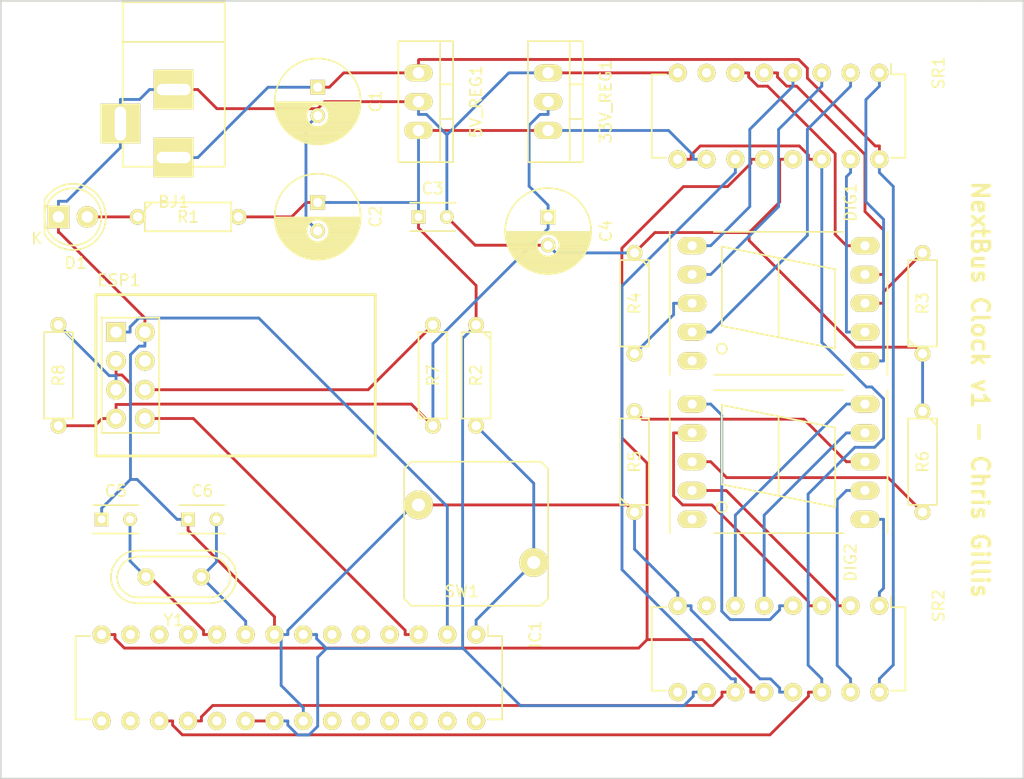
<source format=kicad_pcb>
(kicad_pcb (version 4) (host pcbnew 4.0.2-stable)

  (general
    (links 77)
    (no_connects 0)
    (area 55.804999 68.374379 146.125001 137.235001)
    (thickness 1.6)
    (drawings 7)
    (tracks 325)
    (zones 0)
    (modules 26)
    (nets 55)
  )

  (page A4)
  (title_block
    (title NextBusClock)
    (rev 1)
    (company "Chris Gillis")
  )

  (layers
    (0 F.Cu signal)
    (31 B.Cu signal)
    (32 B.Adhes user)
    (33 F.Adhes user)
    (34 B.Paste user)
    (35 F.Paste user)
    (36 B.SilkS user)
    (37 F.SilkS user)
    (38 B.Mask user)
    (39 F.Mask user)
    (40 Dwgs.User user)
    (41 Cmts.User user)
    (42 Eco1.User user)
    (43 Eco2.User user)
    (44 Edge.Cuts user)
    (45 Margin user)
    (46 B.CrtYd user)
    (47 F.CrtYd user)
    (48 B.Fab user)
    (49 F.Fab user)
  )

  (setup
    (last_trace_width 0.25)
    (trace_clearance 0.25)
    (zone_clearance 0.508)
    (zone_45_only no)
    (trace_min 0.25)
    (segment_width 0.2)
    (edge_width 0.15)
    (via_size 0.6)
    (via_drill 0.4)
    (via_min_size 0.4)
    (via_min_drill 0.3)
    (uvia_size 0.3)
    (uvia_drill 0.1)
    (uvias_allowed no)
    (uvia_min_size 0.2)
    (uvia_min_drill 0.1)
    (pcb_text_width 0.3)
    (pcb_text_size 1.5 1.5)
    (mod_edge_width 0.15)
    (mod_text_size 1 1)
    (mod_text_width 0.15)
    (pad_size 1.524 1.524)
    (pad_drill 0.762)
    (pad_to_mask_clearance 0.2)
    (aux_axis_origin 0 0)
    (visible_elements FFFFFF7F)
    (pcbplotparams
      (layerselection 0x010e0_80000001)
      (usegerberextensions false)
      (excludeedgelayer true)
      (linewidth 0.100000)
      (plotframeref false)
      (viasonmask false)
      (mode 1)
      (useauxorigin false)
      (hpglpennumber 1)
      (hpglpenspeed 20)
      (hpglpendiameter 15)
      (hpglpenoverlay 2)
      (psnegative false)
      (psa4output false)
      (plotreference true)
      (plotvalue true)
      (plotinvisibletext false)
      (padsonsilk false)
      (subtractmaskfromsilk true)
      (outputformat 1)
      (mirror false)
      (drillshape 0)
      (scaleselection 1)
      (outputdirectory gerb/))
  )

  (net 0 "")
  (net 1 GND)
  (net 2 VCC)
  (net 3 /5V_PWR)
  (net 4 /33V_PWR)
  (net 5 "Net-(C5-Pad2)")
  (net 6 "Net-(C6-Pad2)")
  (net 7 "Net-(D1-Pad2)")
  (net 8 "Net-(DIG1-Pad1)")
  (net 9 "Net-(DIG1-Pad2)")
  (net 10 "Net-(DIG1-Pad3)")
  (net 11 "Net-(DIG1-Pad4)")
  (net 12 "Net-(DIG1-Pad5)")
  (net 13 "Net-(DIG1-Pad6)")
  (net 14 "Net-(DIG1-Pad7)")
  (net 15 "Net-(DIG1-Pad8)")
  (net 16 "Net-(DIG1-Pad9)")
  (net 17 "Net-(DIG1-Pad10)")
  (net 18 "Net-(DIG2-Pad1)")
  (net 19 "Net-(DIG2-Pad2)")
  (net 20 "Net-(DIG2-Pad3)")
  (net 21 "Net-(DIG2-Pad4)")
  (net 22 "Net-(DIG2-Pad5)")
  (net 23 "Net-(DIG2-Pad6)")
  (net 24 "Net-(DIG2-Pad7)")
  (net 25 "Net-(DIG2-Pad8)")
  (net 26 "Net-(DIG2-Pad9)")
  (net 27 "Net-(DIG2-Pad10)")
  (net 28 /ESP_TX)
  (net 29 "Net-(ESP1-Pad4)")
  (net 30 "Net-(ESP1-Pad5)")
  (net 31 "Net-(ESP1-Pad6)")
  (net 32 /ESP_RX)
  (net 33 "Net-(IC1-Pad1)")
  (net 34 "Net-(IC1-Pad4)")
  (net 35 "Net-(IC1-Pad5)")
  (net 36 "Net-(IC1-Pad6)")
  (net 37 "Net-(IC1-Pad11)")
  (net 38 "Net-(IC1-Pad12)")
  (net 39 "Net-(IC1-Pad13)")
  (net 40 /SR_LATCH)
  (net 41 "Net-(IC1-Pad15)")
  (net 42 "Net-(IC1-Pad16)")
  (net 43 /SR_DATA)
  (net 44 /SR_CLOCK)
  (net 45 "Net-(IC1-Pad19)")
  (net 46 "Net-(IC1-Pad23)")
  (net 47 "Net-(IC1-Pad24)")
  (net 48 "Net-(IC1-Pad25)")
  (net 49 "Net-(IC1-Pad26)")
  (net 50 "Net-(IC1-Pad27)")
  (net 51 "Net-(IC1-Pad28)")
  (net 52 "Net-(SR1-Pad7)")
  (net 53 "Net-(SR2-Pad7)")
  (net 54 "Net-(SR2-Pad9)")

  (net_class Default "This is the default net class."
    (clearance 0.25)
    (trace_width 0.25)
    (via_dia 0.6)
    (via_drill 0.4)
    (uvia_dia 0.3)
    (uvia_drill 0.1)
    (add_net /33V_PWR)
    (add_net /5V_PWR)
    (add_net /ESP_RX)
    (add_net /ESP_TX)
    (add_net /SR_CLOCK)
    (add_net /SR_DATA)
    (add_net /SR_LATCH)
    (add_net GND)
    (add_net "Net-(C5-Pad2)")
    (add_net "Net-(C6-Pad2)")
    (add_net "Net-(D1-Pad2)")
    (add_net "Net-(DIG1-Pad1)")
    (add_net "Net-(DIG1-Pad10)")
    (add_net "Net-(DIG1-Pad2)")
    (add_net "Net-(DIG1-Pad3)")
    (add_net "Net-(DIG1-Pad4)")
    (add_net "Net-(DIG1-Pad5)")
    (add_net "Net-(DIG1-Pad6)")
    (add_net "Net-(DIG1-Pad7)")
    (add_net "Net-(DIG1-Pad8)")
    (add_net "Net-(DIG1-Pad9)")
    (add_net "Net-(DIG2-Pad1)")
    (add_net "Net-(DIG2-Pad10)")
    (add_net "Net-(DIG2-Pad2)")
    (add_net "Net-(DIG2-Pad3)")
    (add_net "Net-(DIG2-Pad4)")
    (add_net "Net-(DIG2-Pad5)")
    (add_net "Net-(DIG2-Pad6)")
    (add_net "Net-(DIG2-Pad7)")
    (add_net "Net-(DIG2-Pad8)")
    (add_net "Net-(DIG2-Pad9)")
    (add_net "Net-(ESP1-Pad4)")
    (add_net "Net-(ESP1-Pad5)")
    (add_net "Net-(ESP1-Pad6)")
    (add_net "Net-(IC1-Pad1)")
    (add_net "Net-(IC1-Pad11)")
    (add_net "Net-(IC1-Pad12)")
    (add_net "Net-(IC1-Pad13)")
    (add_net "Net-(IC1-Pad15)")
    (add_net "Net-(IC1-Pad16)")
    (add_net "Net-(IC1-Pad19)")
    (add_net "Net-(IC1-Pad23)")
    (add_net "Net-(IC1-Pad24)")
    (add_net "Net-(IC1-Pad25)")
    (add_net "Net-(IC1-Pad26)")
    (add_net "Net-(IC1-Pad27)")
    (add_net "Net-(IC1-Pad28)")
    (add_net "Net-(IC1-Pad4)")
    (add_net "Net-(IC1-Pad5)")
    (add_net "Net-(IC1-Pad6)")
    (add_net "Net-(SR1-Pad7)")
    (add_net "Net-(SR2-Pad7)")
    (add_net "Net-(SR2-Pad9)")
    (add_net VCC)
  )

  (module TO_SOT_Packages_THT:TO-220_Neutral123_Vertical (layer F.Cu) (tedit 0) (tstamp 57B95A3E)
    (at 92.71 77.47 270)
    (descr "TO-220, Neutral, Vertical,")
    (tags "TO-220, Neutral, Vertical,")
    (path /57B8D804)
    (fp_text reference 5V_REG1 (at 0 -5.08 270) (layer F.SilkS)
      (effects (font (size 1 1) (thickness 0.15)))
    )
    (fp_text value LM7805 (at 0 3.81 270) (layer F.Fab)
      (effects (font (size 1 1) (thickness 0.15)))
    )
    (fp_line (start -1.524 -3.048) (end -1.524 -1.905) (layer F.SilkS) (width 0.15))
    (fp_line (start 1.524 -3.048) (end 1.524 -1.905) (layer F.SilkS) (width 0.15))
    (fp_line (start 5.334 -1.905) (end 5.334 1.778) (layer F.SilkS) (width 0.15))
    (fp_line (start 5.334 1.778) (end -5.334 1.778) (layer F.SilkS) (width 0.15))
    (fp_line (start -5.334 1.778) (end -5.334 -1.905) (layer F.SilkS) (width 0.15))
    (fp_line (start 5.334 -3.048) (end 5.334 -1.905) (layer F.SilkS) (width 0.15))
    (fp_line (start 5.334 -1.905) (end -5.334 -1.905) (layer F.SilkS) (width 0.15))
    (fp_line (start -5.334 -1.905) (end -5.334 -3.048) (layer F.SilkS) (width 0.15))
    (fp_line (start 0 -3.048) (end -5.334 -3.048) (layer F.SilkS) (width 0.15))
    (fp_line (start 0 -3.048) (end 5.334 -3.048) (layer F.SilkS) (width 0.15))
    (pad 2 thru_hole oval (at 0 0) (size 2.49936 1.50114) (drill 1.00076) (layers *.Cu *.Mask F.SilkS)
      (net 1 GND))
    (pad 1 thru_hole oval (at -2.54 0) (size 2.49936 1.50114) (drill 1.00076) (layers *.Cu *.Mask F.SilkS)
      (net 2 VCC))
    (pad 3 thru_hole oval (at 2.54 0) (size 2.49936 1.50114) (drill 1.00076) (layers *.Cu *.Mask F.SilkS)
      (net 3 /5V_PWR))
    (model TO_SOT_Packages_THT.3dshapes/TO-220_Neutral123_Vertical.wrl
      (at (xyz 0 0 0))
      (scale (xyz 0.3937 0.3937 0.3937))
      (rotate (xyz 0 0 0))
    )
  )

  (module TO_SOT_Packages_THT:TO-220_Neutral123_Vertical (layer F.Cu) (tedit 0) (tstamp 57B95A45)
    (at 104.14 77.47 270)
    (descr "TO-220, Neutral, Vertical,")
    (tags "TO-220, Neutral, Vertical,")
    (path /57B8F87B)
    (fp_text reference 33V_REG1 (at 0 -5.08 270) (layer F.SilkS)
      (effects (font (size 1 1) (thickness 0.15)))
    )
    (fp_text value LD1117V33 (at 0 3.81 270) (layer F.Fab)
      (effects (font (size 1 1) (thickness 0.15)))
    )
    (fp_line (start -1.524 -3.048) (end -1.524 -1.905) (layer F.SilkS) (width 0.15))
    (fp_line (start 1.524 -3.048) (end 1.524 -1.905) (layer F.SilkS) (width 0.15))
    (fp_line (start 5.334 -1.905) (end 5.334 1.778) (layer F.SilkS) (width 0.15))
    (fp_line (start 5.334 1.778) (end -5.334 1.778) (layer F.SilkS) (width 0.15))
    (fp_line (start -5.334 1.778) (end -5.334 -1.905) (layer F.SilkS) (width 0.15))
    (fp_line (start 5.334 -3.048) (end 5.334 -1.905) (layer F.SilkS) (width 0.15))
    (fp_line (start 5.334 -1.905) (end -5.334 -1.905) (layer F.SilkS) (width 0.15))
    (fp_line (start -5.334 -1.905) (end -5.334 -3.048) (layer F.SilkS) (width 0.15))
    (fp_line (start 0 -3.048) (end -5.334 -3.048) (layer F.SilkS) (width 0.15))
    (fp_line (start 0 -3.048) (end 5.334 -3.048) (layer F.SilkS) (width 0.15))
    (pad 2 thru_hole oval (at 0 0) (size 2.49936 1.50114) (drill 1.00076) (layers *.Cu *.Mask F.SilkS)
      (net 4 /33V_PWR))
    (pad 1 thru_hole oval (at -2.54 0) (size 2.49936 1.50114) (drill 1.00076) (layers *.Cu *.Mask F.SilkS)
      (net 1 GND))
    (pad 3 thru_hole oval (at 2.54 0) (size 2.49936 1.50114) (drill 1.00076) (layers *.Cu *.Mask F.SilkS)
      (net 3 /5V_PWR))
    (model TO_SOT_Packages_THT.3dshapes/TO-220_Neutral123_Vertical.wrl
      (at (xyz 0 0 0))
      (scale (xyz 0.3937 0.3937 0.3937))
      (rotate (xyz 0 0 0))
    )
  )

  (module Connect:BARREL_JACK (layer F.Cu) (tedit 0) (tstamp 57B95A4C)
    (at 71.12 76.2 270)
    (descr "DC Barrel Jack")
    (tags "Power Jack")
    (path /57B8C805)
    (fp_text reference BJ1 (at 10.09904 0 360) (layer F.SilkS)
      (effects (font (size 1 1) (thickness 0.15)))
    )
    (fp_text value BARREL_JACK (at 0 -5.99948 270) (layer F.Fab)
      (effects (font (size 1 1) (thickness 0.15)))
    )
    (fp_line (start -4.0005 -4.50088) (end -4.0005 4.50088) (layer F.SilkS) (width 0.15))
    (fp_line (start -7.50062 -4.50088) (end -7.50062 4.50088) (layer F.SilkS) (width 0.15))
    (fp_line (start -7.50062 4.50088) (end 7.00024 4.50088) (layer F.SilkS) (width 0.15))
    (fp_line (start 7.00024 4.50088) (end 7.00024 -4.50088) (layer F.SilkS) (width 0.15))
    (fp_line (start 7.00024 -4.50088) (end -7.50062 -4.50088) (layer F.SilkS) (width 0.15))
    (pad 1 thru_hole rect (at 6.20014 0 270) (size 3.50012 3.50012) (drill oval 1.00076 2.99974) (layers *.Cu *.Mask F.SilkS)
      (net 2 VCC))
    (pad 2 thru_hole rect (at 0.20066 0 270) (size 3.50012 3.50012) (drill oval 1.00076 2.99974) (layers *.Cu *.Mask F.SilkS)
      (net 1 GND))
    (pad 3 thru_hole rect (at 3.2004 4.699 270) (size 3.50012 3.50012) (drill oval 2.99974 1.00076) (layers *.Cu *.Mask F.SilkS)
      (net 1 GND))
  )

  (module Capacitors_ThroughHole:C_Radial_D7.5_L11.2_P2.5 (layer F.Cu) (tedit 0) (tstamp 57B95A52)
    (at 83.82 76.2 270)
    (descr "Radial Electrolytic Capacitor Diameter 7.5mm x Length 11.2mm, Pitch 2.5mm")
    (tags "Electrolytic Capacitor")
    (path /57B8D7E1)
    (fp_text reference C1 (at 1.25 -5.1 270) (layer F.SilkS)
      (effects (font (size 1 1) (thickness 0.15)))
    )
    (fp_text value 10uF (at 1.25 5.1 270) (layer F.Fab)
      (effects (font (size 1 1) (thickness 0.15)))
    )
    (fp_line (start 1.325 -3.749) (end 1.325 3.749) (layer F.SilkS) (width 0.15))
    (fp_line (start 1.465 -3.744) (end 1.465 3.744) (layer F.SilkS) (width 0.15))
    (fp_line (start 1.605 -3.733) (end 1.605 -0.446) (layer F.SilkS) (width 0.15))
    (fp_line (start 1.605 0.446) (end 1.605 3.733) (layer F.SilkS) (width 0.15))
    (fp_line (start 1.745 -3.717) (end 1.745 -0.656) (layer F.SilkS) (width 0.15))
    (fp_line (start 1.745 0.656) (end 1.745 3.717) (layer F.SilkS) (width 0.15))
    (fp_line (start 1.885 -3.696) (end 1.885 -0.789) (layer F.SilkS) (width 0.15))
    (fp_line (start 1.885 0.789) (end 1.885 3.696) (layer F.SilkS) (width 0.15))
    (fp_line (start 2.025 -3.669) (end 2.025 -0.88) (layer F.SilkS) (width 0.15))
    (fp_line (start 2.025 0.88) (end 2.025 3.669) (layer F.SilkS) (width 0.15))
    (fp_line (start 2.165 -3.637) (end 2.165 -0.942) (layer F.SilkS) (width 0.15))
    (fp_line (start 2.165 0.942) (end 2.165 3.637) (layer F.SilkS) (width 0.15))
    (fp_line (start 2.305 -3.599) (end 2.305 -0.981) (layer F.SilkS) (width 0.15))
    (fp_line (start 2.305 0.981) (end 2.305 3.599) (layer F.SilkS) (width 0.15))
    (fp_line (start 2.445 -3.555) (end 2.445 -0.998) (layer F.SilkS) (width 0.15))
    (fp_line (start 2.445 0.998) (end 2.445 3.555) (layer F.SilkS) (width 0.15))
    (fp_line (start 2.585 -3.504) (end 2.585 -0.996) (layer F.SilkS) (width 0.15))
    (fp_line (start 2.585 0.996) (end 2.585 3.504) (layer F.SilkS) (width 0.15))
    (fp_line (start 2.725 -3.448) (end 2.725 -0.974) (layer F.SilkS) (width 0.15))
    (fp_line (start 2.725 0.974) (end 2.725 3.448) (layer F.SilkS) (width 0.15))
    (fp_line (start 2.865 -3.384) (end 2.865 -0.931) (layer F.SilkS) (width 0.15))
    (fp_line (start 2.865 0.931) (end 2.865 3.384) (layer F.SilkS) (width 0.15))
    (fp_line (start 3.005 -3.314) (end 3.005 -0.863) (layer F.SilkS) (width 0.15))
    (fp_line (start 3.005 0.863) (end 3.005 3.314) (layer F.SilkS) (width 0.15))
    (fp_line (start 3.145 -3.236) (end 3.145 -0.764) (layer F.SilkS) (width 0.15))
    (fp_line (start 3.145 0.764) (end 3.145 3.236) (layer F.SilkS) (width 0.15))
    (fp_line (start 3.285 -3.15) (end 3.285 -0.619) (layer F.SilkS) (width 0.15))
    (fp_line (start 3.285 0.619) (end 3.285 3.15) (layer F.SilkS) (width 0.15))
    (fp_line (start 3.425 -3.055) (end 3.425 -0.38) (layer F.SilkS) (width 0.15))
    (fp_line (start 3.425 0.38) (end 3.425 3.055) (layer F.SilkS) (width 0.15))
    (fp_line (start 3.565 -2.95) (end 3.565 2.95) (layer F.SilkS) (width 0.15))
    (fp_line (start 3.705 -2.835) (end 3.705 2.835) (layer F.SilkS) (width 0.15))
    (fp_line (start 3.845 -2.707) (end 3.845 2.707) (layer F.SilkS) (width 0.15))
    (fp_line (start 3.985 -2.566) (end 3.985 2.566) (layer F.SilkS) (width 0.15))
    (fp_line (start 4.125 -2.408) (end 4.125 2.408) (layer F.SilkS) (width 0.15))
    (fp_line (start 4.265 -2.23) (end 4.265 2.23) (layer F.SilkS) (width 0.15))
    (fp_line (start 4.405 -2.027) (end 4.405 2.027) (layer F.SilkS) (width 0.15))
    (fp_line (start 4.545 -1.79) (end 4.545 1.79) (layer F.SilkS) (width 0.15))
    (fp_line (start 4.685 -1.504) (end 4.685 1.504) (layer F.SilkS) (width 0.15))
    (fp_line (start 4.825 -1.132) (end 4.825 1.132) (layer F.SilkS) (width 0.15))
    (fp_line (start 4.965 -0.511) (end 4.965 0.511) (layer F.SilkS) (width 0.15))
    (fp_circle (center 2.5 0) (end 2.5 -1) (layer F.SilkS) (width 0.15))
    (fp_circle (center 1.25 0) (end 1.25 -3.7875) (layer F.SilkS) (width 0.15))
    (fp_circle (center 1.25 0) (end 1.25 -4.1) (layer F.CrtYd) (width 0.05))
    (pad 2 thru_hole circle (at 2.5 0 270) (size 1.3 1.3) (drill 0.8) (layers *.Cu *.Mask F.SilkS)
      (net 1 GND))
    (pad 1 thru_hole rect (at 0 0 270) (size 1.3 1.3) (drill 0.8) (layers *.Cu *.Mask F.SilkS)
      (net 2 VCC))
    (model Capacitors_ThroughHole.3dshapes/C_Radial_D7.5_L11.2_P2.5.wrl
      (at (xyz 0 0 0))
      (scale (xyz 1 1 1))
      (rotate (xyz 0 0 0))
    )
  )

  (module Capacitors_ThroughHole:C_Radial_D7.5_L11.2_P2.5 (layer F.Cu) (tedit 0) (tstamp 57B95A58)
    (at 83.82 86.36 270)
    (descr "Radial Electrolytic Capacitor Diameter 7.5mm x Length 11.2mm, Pitch 2.5mm")
    (tags "Electrolytic Capacitor")
    (path /57B8D8FA)
    (fp_text reference C2 (at 1.25 -5.1 270) (layer F.SilkS)
      (effects (font (size 1 1) (thickness 0.15)))
    )
    (fp_text value 1uF (at 1.25 5.1 270) (layer F.Fab)
      (effects (font (size 1 1) (thickness 0.15)))
    )
    (fp_line (start 1.325 -3.749) (end 1.325 3.749) (layer F.SilkS) (width 0.15))
    (fp_line (start 1.465 -3.744) (end 1.465 3.744) (layer F.SilkS) (width 0.15))
    (fp_line (start 1.605 -3.733) (end 1.605 -0.446) (layer F.SilkS) (width 0.15))
    (fp_line (start 1.605 0.446) (end 1.605 3.733) (layer F.SilkS) (width 0.15))
    (fp_line (start 1.745 -3.717) (end 1.745 -0.656) (layer F.SilkS) (width 0.15))
    (fp_line (start 1.745 0.656) (end 1.745 3.717) (layer F.SilkS) (width 0.15))
    (fp_line (start 1.885 -3.696) (end 1.885 -0.789) (layer F.SilkS) (width 0.15))
    (fp_line (start 1.885 0.789) (end 1.885 3.696) (layer F.SilkS) (width 0.15))
    (fp_line (start 2.025 -3.669) (end 2.025 -0.88) (layer F.SilkS) (width 0.15))
    (fp_line (start 2.025 0.88) (end 2.025 3.669) (layer F.SilkS) (width 0.15))
    (fp_line (start 2.165 -3.637) (end 2.165 -0.942) (layer F.SilkS) (width 0.15))
    (fp_line (start 2.165 0.942) (end 2.165 3.637) (layer F.SilkS) (width 0.15))
    (fp_line (start 2.305 -3.599) (end 2.305 -0.981) (layer F.SilkS) (width 0.15))
    (fp_line (start 2.305 0.981) (end 2.305 3.599) (layer F.SilkS) (width 0.15))
    (fp_line (start 2.445 -3.555) (end 2.445 -0.998) (layer F.SilkS) (width 0.15))
    (fp_line (start 2.445 0.998) (end 2.445 3.555) (layer F.SilkS) (width 0.15))
    (fp_line (start 2.585 -3.504) (end 2.585 -0.996) (layer F.SilkS) (width 0.15))
    (fp_line (start 2.585 0.996) (end 2.585 3.504) (layer F.SilkS) (width 0.15))
    (fp_line (start 2.725 -3.448) (end 2.725 -0.974) (layer F.SilkS) (width 0.15))
    (fp_line (start 2.725 0.974) (end 2.725 3.448) (layer F.SilkS) (width 0.15))
    (fp_line (start 2.865 -3.384) (end 2.865 -0.931) (layer F.SilkS) (width 0.15))
    (fp_line (start 2.865 0.931) (end 2.865 3.384) (layer F.SilkS) (width 0.15))
    (fp_line (start 3.005 -3.314) (end 3.005 -0.863) (layer F.SilkS) (width 0.15))
    (fp_line (start 3.005 0.863) (end 3.005 3.314) (layer F.SilkS) (width 0.15))
    (fp_line (start 3.145 -3.236) (end 3.145 -0.764) (layer F.SilkS) (width 0.15))
    (fp_line (start 3.145 0.764) (end 3.145 3.236) (layer F.SilkS) (width 0.15))
    (fp_line (start 3.285 -3.15) (end 3.285 -0.619) (layer F.SilkS) (width 0.15))
    (fp_line (start 3.285 0.619) (end 3.285 3.15) (layer F.SilkS) (width 0.15))
    (fp_line (start 3.425 -3.055) (end 3.425 -0.38) (layer F.SilkS) (width 0.15))
    (fp_line (start 3.425 0.38) (end 3.425 3.055) (layer F.SilkS) (width 0.15))
    (fp_line (start 3.565 -2.95) (end 3.565 2.95) (layer F.SilkS) (width 0.15))
    (fp_line (start 3.705 -2.835) (end 3.705 2.835) (layer F.SilkS) (width 0.15))
    (fp_line (start 3.845 -2.707) (end 3.845 2.707) (layer F.SilkS) (width 0.15))
    (fp_line (start 3.985 -2.566) (end 3.985 2.566) (layer F.SilkS) (width 0.15))
    (fp_line (start 4.125 -2.408) (end 4.125 2.408) (layer F.SilkS) (width 0.15))
    (fp_line (start 4.265 -2.23) (end 4.265 2.23) (layer F.SilkS) (width 0.15))
    (fp_line (start 4.405 -2.027) (end 4.405 2.027) (layer F.SilkS) (width 0.15))
    (fp_line (start 4.545 -1.79) (end 4.545 1.79) (layer F.SilkS) (width 0.15))
    (fp_line (start 4.685 -1.504) (end 4.685 1.504) (layer F.SilkS) (width 0.15))
    (fp_line (start 4.825 -1.132) (end 4.825 1.132) (layer F.SilkS) (width 0.15))
    (fp_line (start 4.965 -0.511) (end 4.965 0.511) (layer F.SilkS) (width 0.15))
    (fp_circle (center 2.5 0) (end 2.5 -1) (layer F.SilkS) (width 0.15))
    (fp_circle (center 1.25 0) (end 1.25 -3.7875) (layer F.SilkS) (width 0.15))
    (fp_circle (center 1.25 0) (end 1.25 -4.1) (layer F.CrtYd) (width 0.05))
    (pad 2 thru_hole circle (at 2.5 0 270) (size 1.3 1.3) (drill 0.8) (layers *.Cu *.Mask F.SilkS)
      (net 1 GND))
    (pad 1 thru_hole rect (at 0 0 270) (size 1.3 1.3) (drill 0.8) (layers *.Cu *.Mask F.SilkS)
      (net 3 /5V_PWR))
    (model Capacitors_ThroughHole.3dshapes/C_Radial_D7.5_L11.2_P2.5.wrl
      (at (xyz 0 0 0))
      (scale (xyz 1 1 1))
      (rotate (xyz 0 0 0))
    )
  )

  (module Capacitors_ThroughHole:C_Rect_L4_W2.5_P2.5 (layer F.Cu) (tedit 0) (tstamp 57B95A5E)
    (at 92.71 87.63)
    (descr "Film Capacitor Length 4mm x Width 2.5mm, Pitch 2.5mm")
    (tags Capacitor)
    (path /57B8F9A6)
    (fp_text reference C3 (at 1.25 -2.5) (layer F.SilkS)
      (effects (font (size 1 1) (thickness 0.15)))
    )
    (fp_text value 0.1uf (at 1.25 2.5) (layer F.Fab)
      (effects (font (size 1 1) (thickness 0.15)))
    )
    (fp_line (start -1 -1.5) (end 3.5 -1.5) (layer F.CrtYd) (width 0.05))
    (fp_line (start 3.5 -1.5) (end 3.5 1.5) (layer F.CrtYd) (width 0.05))
    (fp_line (start 3.5 1.5) (end -1 1.5) (layer F.CrtYd) (width 0.05))
    (fp_line (start -1 1.5) (end -1 -1.5) (layer F.CrtYd) (width 0.05))
    (fp_line (start -0.75 -1.25) (end 3.25 -1.25) (layer F.SilkS) (width 0.15))
    (fp_line (start -0.75 1.25) (end 3.25 1.25) (layer F.SilkS) (width 0.15))
    (pad 1 thru_hole rect (at 0 0) (size 1.2 1.2) (drill 0.7) (layers *.Cu *.Mask F.SilkS)
      (net 3 /5V_PWR))
    (pad 2 thru_hole circle (at 2.5 0) (size 1.2 1.2) (drill 0.7) (layers *.Cu *.Mask F.SilkS)
      (net 1 GND))
  )

  (module Capacitors_ThroughHole:C_Radial_D7.5_L11.2_P2.5 (layer F.Cu) (tedit 0) (tstamp 57B95A64)
    (at 104.14 87.63 270)
    (descr "Radial Electrolytic Capacitor Diameter 7.5mm x Length 11.2mm, Pitch 2.5mm")
    (tags "Electrolytic Capacitor")
    (path /57B8FB91)
    (fp_text reference C4 (at 1.25 -5.1 270) (layer F.SilkS)
      (effects (font (size 1 1) (thickness 0.15)))
    )
    (fp_text value 10uf (at 1.25 5.1 270) (layer F.Fab)
      (effects (font (size 1 1) (thickness 0.15)))
    )
    (fp_line (start 1.325 -3.749) (end 1.325 3.749) (layer F.SilkS) (width 0.15))
    (fp_line (start 1.465 -3.744) (end 1.465 3.744) (layer F.SilkS) (width 0.15))
    (fp_line (start 1.605 -3.733) (end 1.605 -0.446) (layer F.SilkS) (width 0.15))
    (fp_line (start 1.605 0.446) (end 1.605 3.733) (layer F.SilkS) (width 0.15))
    (fp_line (start 1.745 -3.717) (end 1.745 -0.656) (layer F.SilkS) (width 0.15))
    (fp_line (start 1.745 0.656) (end 1.745 3.717) (layer F.SilkS) (width 0.15))
    (fp_line (start 1.885 -3.696) (end 1.885 -0.789) (layer F.SilkS) (width 0.15))
    (fp_line (start 1.885 0.789) (end 1.885 3.696) (layer F.SilkS) (width 0.15))
    (fp_line (start 2.025 -3.669) (end 2.025 -0.88) (layer F.SilkS) (width 0.15))
    (fp_line (start 2.025 0.88) (end 2.025 3.669) (layer F.SilkS) (width 0.15))
    (fp_line (start 2.165 -3.637) (end 2.165 -0.942) (layer F.SilkS) (width 0.15))
    (fp_line (start 2.165 0.942) (end 2.165 3.637) (layer F.SilkS) (width 0.15))
    (fp_line (start 2.305 -3.599) (end 2.305 -0.981) (layer F.SilkS) (width 0.15))
    (fp_line (start 2.305 0.981) (end 2.305 3.599) (layer F.SilkS) (width 0.15))
    (fp_line (start 2.445 -3.555) (end 2.445 -0.998) (layer F.SilkS) (width 0.15))
    (fp_line (start 2.445 0.998) (end 2.445 3.555) (layer F.SilkS) (width 0.15))
    (fp_line (start 2.585 -3.504) (end 2.585 -0.996) (layer F.SilkS) (width 0.15))
    (fp_line (start 2.585 0.996) (end 2.585 3.504) (layer F.SilkS) (width 0.15))
    (fp_line (start 2.725 -3.448) (end 2.725 -0.974) (layer F.SilkS) (width 0.15))
    (fp_line (start 2.725 0.974) (end 2.725 3.448) (layer F.SilkS) (width 0.15))
    (fp_line (start 2.865 -3.384) (end 2.865 -0.931) (layer F.SilkS) (width 0.15))
    (fp_line (start 2.865 0.931) (end 2.865 3.384) (layer F.SilkS) (width 0.15))
    (fp_line (start 3.005 -3.314) (end 3.005 -0.863) (layer F.SilkS) (width 0.15))
    (fp_line (start 3.005 0.863) (end 3.005 3.314) (layer F.SilkS) (width 0.15))
    (fp_line (start 3.145 -3.236) (end 3.145 -0.764) (layer F.SilkS) (width 0.15))
    (fp_line (start 3.145 0.764) (end 3.145 3.236) (layer F.SilkS) (width 0.15))
    (fp_line (start 3.285 -3.15) (end 3.285 -0.619) (layer F.SilkS) (width 0.15))
    (fp_line (start 3.285 0.619) (end 3.285 3.15) (layer F.SilkS) (width 0.15))
    (fp_line (start 3.425 -3.055) (end 3.425 -0.38) (layer F.SilkS) (width 0.15))
    (fp_line (start 3.425 0.38) (end 3.425 3.055) (layer F.SilkS) (width 0.15))
    (fp_line (start 3.565 -2.95) (end 3.565 2.95) (layer F.SilkS) (width 0.15))
    (fp_line (start 3.705 -2.835) (end 3.705 2.835) (layer F.SilkS) (width 0.15))
    (fp_line (start 3.845 -2.707) (end 3.845 2.707) (layer F.SilkS) (width 0.15))
    (fp_line (start 3.985 -2.566) (end 3.985 2.566) (layer F.SilkS) (width 0.15))
    (fp_line (start 4.125 -2.408) (end 4.125 2.408) (layer F.SilkS) (width 0.15))
    (fp_line (start 4.265 -2.23) (end 4.265 2.23) (layer F.SilkS) (width 0.15))
    (fp_line (start 4.405 -2.027) (end 4.405 2.027) (layer F.SilkS) (width 0.15))
    (fp_line (start 4.545 -1.79) (end 4.545 1.79) (layer F.SilkS) (width 0.15))
    (fp_line (start 4.685 -1.504) (end 4.685 1.504) (layer F.SilkS) (width 0.15))
    (fp_line (start 4.825 -1.132) (end 4.825 1.132) (layer F.SilkS) (width 0.15))
    (fp_line (start 4.965 -0.511) (end 4.965 0.511) (layer F.SilkS) (width 0.15))
    (fp_circle (center 2.5 0) (end 2.5 -1) (layer F.SilkS) (width 0.15))
    (fp_circle (center 1.25 0) (end 1.25 -3.7875) (layer F.SilkS) (width 0.15))
    (fp_circle (center 1.25 0) (end 1.25 -4.1) (layer F.CrtYd) (width 0.05))
    (pad 2 thru_hole circle (at 2.5 0 270) (size 1.3 1.3) (drill 0.8) (layers *.Cu *.Mask F.SilkS)
      (net 1 GND))
    (pad 1 thru_hole rect (at 0 0 270) (size 1.3 1.3) (drill 0.8) (layers *.Cu *.Mask F.SilkS)
      (net 4 /33V_PWR))
    (model Capacitors_ThroughHole.3dshapes/C_Radial_D7.5_L11.2_P2.5.wrl
      (at (xyz 0 0 0))
      (scale (xyz 1 1 1))
      (rotate (xyz 0 0 0))
    )
  )

  (module Capacitors_ThroughHole:C_Rect_L4_W2.5_P2.5 (layer F.Cu) (tedit 0) (tstamp 57B95A6A)
    (at 64.77 114.3)
    (descr "Film Capacitor Length 4mm x Width 2.5mm, Pitch 2.5mm")
    (tags Capacitor)
    (path /57B90AAA)
    (fp_text reference C5 (at 1.25 -2.5) (layer F.SilkS)
      (effects (font (size 1 1) (thickness 0.15)))
    )
    (fp_text value 22pF (at 1.25 2.5) (layer F.Fab)
      (effects (font (size 1 1) (thickness 0.15)))
    )
    (fp_line (start -1 -1.5) (end 3.5 -1.5) (layer F.CrtYd) (width 0.05))
    (fp_line (start 3.5 -1.5) (end 3.5 1.5) (layer F.CrtYd) (width 0.05))
    (fp_line (start 3.5 1.5) (end -1 1.5) (layer F.CrtYd) (width 0.05))
    (fp_line (start -1 1.5) (end -1 -1.5) (layer F.CrtYd) (width 0.05))
    (fp_line (start -0.75 -1.25) (end 3.25 -1.25) (layer F.SilkS) (width 0.15))
    (fp_line (start -0.75 1.25) (end 3.25 1.25) (layer F.SilkS) (width 0.15))
    (pad 1 thru_hole rect (at 0 0) (size 1.2 1.2) (drill 0.7) (layers *.Cu *.Mask F.SilkS)
      (net 1 GND))
    (pad 2 thru_hole circle (at 2.5 0) (size 1.2 1.2) (drill 0.7) (layers *.Cu *.Mask F.SilkS)
      (net 5 "Net-(C5-Pad2)"))
  )

  (module Capacitors_ThroughHole:C_Rect_L4_W2.5_P2.5 (layer F.Cu) (tedit 0) (tstamp 57B95A70)
    (at 72.39 114.3)
    (descr "Film Capacitor Length 4mm x Width 2.5mm, Pitch 2.5mm")
    (tags Capacitor)
    (path /57B90A63)
    (fp_text reference C6 (at 1.25 -2.5) (layer F.SilkS)
      (effects (font (size 1 1) (thickness 0.15)))
    )
    (fp_text value 22pF (at 1.25 2.5) (layer F.Fab)
      (effects (font (size 1 1) (thickness 0.15)))
    )
    (fp_line (start -1 -1.5) (end 3.5 -1.5) (layer F.CrtYd) (width 0.05))
    (fp_line (start 3.5 -1.5) (end 3.5 1.5) (layer F.CrtYd) (width 0.05))
    (fp_line (start 3.5 1.5) (end -1 1.5) (layer F.CrtYd) (width 0.05))
    (fp_line (start -1 1.5) (end -1 -1.5) (layer F.CrtYd) (width 0.05))
    (fp_line (start -0.75 -1.25) (end 3.25 -1.25) (layer F.SilkS) (width 0.15))
    (fp_line (start -0.75 1.25) (end 3.25 1.25) (layer F.SilkS) (width 0.15))
    (pad 1 thru_hole rect (at 0 0) (size 1.2 1.2) (drill 0.7) (layers *.Cu *.Mask F.SilkS)
      (net 1 GND))
    (pad 2 thru_hole circle (at 2.5 0) (size 1.2 1.2) (drill 0.7) (layers *.Cu *.Mask F.SilkS)
      (net 6 "Net-(C6-Pad2)"))
  )

  (module LEDs:LED-5MM (layer F.Cu) (tedit 5570F7EA) (tstamp 57B95A76)
    (at 60.96 87.63)
    (descr "LED 5mm round vertical")
    (tags "LED 5mm round vertical")
    (path /57B8DB14)
    (fp_text reference D1 (at 1.524 4.064) (layer F.SilkS)
      (effects (font (size 1 1) (thickness 0.15)))
    )
    (fp_text value PWR_LED (at 1.524 -3.937) (layer F.Fab)
      (effects (font (size 1 1) (thickness 0.15)))
    )
    (fp_line (start -1.5 -1.55) (end -1.5 1.55) (layer F.CrtYd) (width 0.05))
    (fp_arc (start 1.3 0) (end -1.5 1.55) (angle -302) (layer F.CrtYd) (width 0.05))
    (fp_arc (start 1.27 0) (end -1.23 -1.5) (angle 297.5) (layer F.SilkS) (width 0.15))
    (fp_line (start -1.23 1.5) (end -1.23 -1.5) (layer F.SilkS) (width 0.15))
    (fp_circle (center 1.27 0) (end 0.97 -2.5) (layer F.SilkS) (width 0.15))
    (fp_text user K (at -1.905 1.905) (layer F.SilkS)
      (effects (font (size 1 1) (thickness 0.15)))
    )
    (pad 1 thru_hole rect (at 0 0 90) (size 2 1.9) (drill 1.00076) (layers *.Cu *.Mask F.SilkS)
      (net 1 GND))
    (pad 2 thru_hole circle (at 2.54 0) (size 1.9 1.9) (drill 1.00076) (layers *.Cu *.Mask F.SilkS)
      (net 7 "Net-(D1-Pad2)"))
    (model LEDs.3dshapes/LED-5MM.wrl
      (at (xyz 0.05 0 0))
      (scale (xyz 1 1 1))
      (rotate (xyz 0 0 90))
    )
  )

  (module Displays_7-Segment:7SegmentLED_LTS6760_LTS6780 (layer F.Cu) (tedit 57B98956) (tstamp 57B95A84)
    (at 124.46 95.25 270)
    (path /57B9232C)
    (fp_text reference DIG1 (at -8.89 -6.35 270) (layer F.SilkS)
      (effects (font (size 1 1) (thickness 0.15)))
    )
    (fp_text value LTS-6980HR (at -0.4 12 270) (layer F.Fab)
      (effects (font (size 1 1) (thickness 0.15)))
    )
    (fp_circle (center 4 5) (end 4.4 5.2) (layer F.SilkS) (width 0.15))
    (fp_line (start -3 -5) (end -4 0) (layer F.SilkS) (width 0.15))
    (fp_line (start -4 0) (end -5 5) (layer F.SilkS) (width 0.15))
    (fp_line (start -5 5) (end 2 5) (layer F.SilkS) (width 0.15))
    (fp_line (start 2 5) (end 3 0) (layer F.SilkS) (width 0.15))
    (fp_line (start 4 -5) (end 3 0) (layer F.SilkS) (width 0.15))
    (fp_line (start 3 0) (end -4 0) (layer F.SilkS) (width 0.15))
    (fp_line (start -3 -5) (end 4 -5) (layer F.SilkS) (width 0.15))
    (fp_line (start 6.3 9.6) (end -6.3 9.6) (layer F.SilkS) (width 0.15))
    (fp_line (start -6.3 -5.7) (end -6.3 5.7) (layer F.SilkS) (width 0.15))
    (fp_line (start 6.3 -5.7) (end 6.3 5.7) (layer F.SilkS) (width 0.15))
    (fp_line (start -6.3 -9.6) (end 6.3 -9.6) (layer F.SilkS) (width 0.15))
    (pad 1 thru_hole oval (at -5.08 7.62 270) (size 1.524 2.524) (drill 0.8) (layers *.Cu *.Mask F.SilkS)
      (net 8 "Net-(DIG1-Pad1)"))
    (pad 2 thru_hole oval (at -2.54 7.62 270) (size 1.524 2.524) (drill 0.8) (layers *.Cu *.Mask F.SilkS)
      (net 9 "Net-(DIG1-Pad2)"))
    (pad 3 thru_hole oval (at 0 7.62 270) (size 1.524 2.524) (drill 0.8) (layers *.Cu *.Mask F.SilkS)
      (net 10 "Net-(DIG1-Pad3)"))
    (pad 4 thru_hole oval (at 2.54 7.62 270) (size 1.524 2.524) (drill 0.8) (layers *.Cu *.Mask F.SilkS)
      (net 11 "Net-(DIG1-Pad4)"))
    (pad 5 thru_hole oval (at 5.08 7.62 270) (size 1.524 2.524) (drill 0.8) (layers *.Cu *.Mask F.SilkS)
      (net 12 "Net-(DIG1-Pad5)"))
    (pad 6 thru_hole oval (at 5.08 -7.62 270) (size 1.524 2.524) (drill 0.8) (layers *.Cu *.Mask F.SilkS)
      (net 13 "Net-(DIG1-Pad6)"))
    (pad 7 thru_hole oval (at 2.54 -7.62 270) (size 1.524 2.524) (drill 0.8) (layers *.Cu *.Mask F.SilkS)
      (net 14 "Net-(DIG1-Pad7)"))
    (pad 8 thru_hole oval (at 0 -7.62 270) (size 1.524 2.524) (drill 0.8) (layers *.Cu *.Mask F.SilkS)
      (net 15 "Net-(DIG1-Pad8)"))
    (pad 9 thru_hole oval (at -2.54 -7.62 270) (size 1.524 2.524) (drill 0.8) (layers *.Cu *.Mask F.SilkS)
      (net 16 "Net-(DIG1-Pad9)"))
    (pad 10 thru_hole oval (at -5.08 -7.62 270) (size 1.524 2.524) (drill 0.8) (layers *.Cu *.Mask F.SilkS)
      (net 17 "Net-(DIG1-Pad10)"))
    (model Displays_7-Segment.3dshapes/7SegmentLED_LTS6760_LTS6780.wrl
      (at (xyz 0 0 0))
      (scale (xyz 0.3937 0.3937 0.3937))
      (rotate (xyz 0 0 0))
    )
  )

  (module Displays_7-Segment:7SegmentLED_LTS6760_LTS6780 (layer F.Cu) (tedit 57B9894E) (tstamp 57B95A92)
    (at 124.46 109.22 270)
    (path /57B92376)
    (fp_text reference DIG2 (at 8.89 -6.35 270) (layer F.SilkS)
      (effects (font (size 1 1) (thickness 0.15)))
    )
    (fp_text value LTS-6980HR (at -0.4 12 270) (layer F.Fab)
      (effects (font (size 1 1) (thickness 0.15)))
    )
    (fp_circle (center 4 5) (end 4.4 5.2) (layer F.SilkS) (width 0.15))
    (fp_line (start -3 -5) (end -4 0) (layer F.SilkS) (width 0.15))
    (fp_line (start -4 0) (end -5 5) (layer F.SilkS) (width 0.15))
    (fp_line (start -5 5) (end 2 5) (layer F.SilkS) (width 0.15))
    (fp_line (start 2 5) (end 3 0) (layer F.SilkS) (width 0.15))
    (fp_line (start 4 -5) (end 3 0) (layer F.SilkS) (width 0.15))
    (fp_line (start 3 0) (end -4 0) (layer F.SilkS) (width 0.15))
    (fp_line (start -3 -5) (end 4 -5) (layer F.SilkS) (width 0.15))
    (fp_line (start 6.3 9.6) (end -6.3 9.6) (layer F.SilkS) (width 0.15))
    (fp_line (start -6.3 -5.7) (end -6.3 5.7) (layer F.SilkS) (width 0.15))
    (fp_line (start 6.3 -5.7) (end 6.3 5.7) (layer F.SilkS) (width 0.15))
    (fp_line (start -6.3 -9.6) (end 6.3 -9.6) (layer F.SilkS) (width 0.15))
    (pad 1 thru_hole oval (at -5.08 7.62 270) (size 1.524 2.524) (drill 0.8) (layers *.Cu *.Mask F.SilkS)
      (net 18 "Net-(DIG2-Pad1)"))
    (pad 2 thru_hole oval (at -2.54 7.62 270) (size 1.524 2.524) (drill 0.8) (layers *.Cu *.Mask F.SilkS)
      (net 19 "Net-(DIG2-Pad2)"))
    (pad 3 thru_hole oval (at 0 7.62 270) (size 1.524 2.524) (drill 0.8) (layers *.Cu *.Mask F.SilkS)
      (net 20 "Net-(DIG2-Pad3)"))
    (pad 4 thru_hole oval (at 2.54 7.62 270) (size 1.524 2.524) (drill 0.8) (layers *.Cu *.Mask F.SilkS)
      (net 21 "Net-(DIG2-Pad4)"))
    (pad 5 thru_hole oval (at 5.08 7.62 270) (size 1.524 2.524) (drill 0.8) (layers *.Cu *.Mask F.SilkS)
      (net 22 "Net-(DIG2-Pad5)"))
    (pad 6 thru_hole oval (at 5.08 -7.62 270) (size 1.524 2.524) (drill 0.8) (layers *.Cu *.Mask F.SilkS)
      (net 23 "Net-(DIG2-Pad6)"))
    (pad 7 thru_hole oval (at 2.54 -7.62 270) (size 1.524 2.524) (drill 0.8) (layers *.Cu *.Mask F.SilkS)
      (net 24 "Net-(DIG2-Pad7)"))
    (pad 8 thru_hole oval (at 0 -7.62 270) (size 1.524 2.524) (drill 0.8) (layers *.Cu *.Mask F.SilkS)
      (net 25 "Net-(DIG2-Pad8)"))
    (pad 9 thru_hole oval (at -2.54 -7.62 270) (size 1.524 2.524) (drill 0.8) (layers *.Cu *.Mask F.SilkS)
      (net 26 "Net-(DIG2-Pad9)"))
    (pad 10 thru_hole oval (at -5.08 -7.62 270) (size 1.524 2.524) (drill 0.8) (layers *.Cu *.Mask F.SilkS)
      (net 27 "Net-(DIG2-Pad10)"))
    (model Displays_7-Segment.3dshapes/7SegmentLED_LTS6760_LTS6780.wrl
      (at (xyz 0 0 0))
      (scale (xyz 0.3937 0.3937 0.3937))
      (rotate (xyz 0 0 0))
    )
  )

  (module ESPLIB:ESP-01 (layer F.Cu) (tedit 577EF889) (tstamp 57B95A9E)
    (at 66.04 97.79)
    (descr "Module, ESP-8266, ESP-01, 8 pin")
    (tags "Module ESP-8266 ESP8266")
    (path /57B95E8E)
    (fp_text reference ESP1 (at 0.254 -4.572) (layer F.SilkS)
      (effects (font (size 1 1) (thickness 0.15)))
    )
    (fp_text value ESP-01 (at 12.192 3.556) (layer F.Fab)
      (effects (font (size 1 1) (thickness 0.15)))
    )
    (fp_line (start -1.778 -3.302) (end 22.86 -3.302) (layer F.SilkS) (width 0.254))
    (fp_line (start 22.86 -3.302) (end 22.86 10.922) (layer F.SilkS) (width 0.254))
    (fp_line (start 22.86 10.922) (end -1.778 10.922) (layer F.SilkS) (width 0.254))
    (fp_line (start -1.778 10.922) (end -1.778 -3.302) (layer F.SilkS) (width 0.254))
    (fp_line (start -1.778 -3.302) (end 22.86 -3.302) (layer F.Fab) (width 0.05))
    (fp_line (start 22.86 -3.302) (end 22.86 10.922) (layer F.Fab) (width 0.05))
    (fp_line (start 22.86 10.922) (end -1.778 10.922) (layer F.Fab) (width 0.05))
    (fp_line (start -1.778 10.922) (end -1.778 -3.302) (layer F.Fab) (width 0.05))
    (fp_line (start 1.27 -1.27) (end -1.27 -1.27) (layer F.SilkS) (width 0.1524))
    (fp_line (start -1.27 -1.27) (end -1.27 1.27) (layer F.SilkS) (width 0.1524))
    (fp_line (start -1.75 -1.75) (end -1.75 9.4) (layer F.CrtYd) (width 0.05))
    (fp_line (start 4.3 -1.75) (end 4.3 9.4) (layer F.CrtYd) (width 0.05))
    (fp_line (start -1.75 -1.75) (end 4.3 -1.75) (layer F.CrtYd) (width 0.05))
    (fp_line (start -1.75 9.4) (end 4.3 9.4) (layer F.CrtYd) (width 0.05))
    (fp_line (start -1.27 1.27) (end -1.27 8.89) (layer F.SilkS) (width 0.1524))
    (fp_line (start -1.27 8.89) (end 3.81 8.89) (layer F.SilkS) (width 0.1524))
    (fp_line (start 3.81 8.89) (end 3.81 -1.27) (layer F.SilkS) (width 0.1524))
    (fp_line (start 3.81 -1.27) (end 1.27 -1.27) (layer F.SilkS) (width 0.1524))
    (pad 1 thru_hole rect (at 0 0) (size 1.7272 1.7272) (drill 1.016) (layers *.Cu *.Mask F.SilkS)
      (net 28 /ESP_TX))
    (pad 2 thru_hole oval (at 2.54 0) (size 1.7272 1.7272) (drill 1.016) (layers *.Cu *.Mask F.SilkS)
      (net 1 GND))
    (pad 3 thru_hole oval (at 0 2.54) (size 1.7272 1.7272) (drill 1.016) (layers *.Cu *.Mask F.SilkS)
      (net 4 /33V_PWR))
    (pad 4 thru_hole oval (at 2.54 2.54) (size 1.7272 1.7272) (drill 1.016) (layers *.Cu *.Mask F.SilkS)
      (net 29 "Net-(ESP1-Pad4)"))
    (pad 5 thru_hole oval (at 0 5.08) (size 1.7272 1.7272) (drill 1.016) (layers *.Cu *.Mask F.SilkS)
      (net 30 "Net-(ESP1-Pad5)"))
    (pad 6 thru_hole oval (at 2.54 5.08) (size 1.7272 1.7272) (drill 1.016) (layers *.Cu *.Mask F.SilkS)
      (net 31 "Net-(ESP1-Pad6)"))
    (pad 7 thru_hole oval (at 0 7.62) (size 1.7272 1.7272) (drill 1.016) (layers *.Cu *.Mask F.SilkS)
      (net 4 /33V_PWR))
    (pad 8 thru_hole oval (at 2.54 7.62) (size 1.7272 1.7272) (drill 1.016) (layers *.Cu *.Mask F.SilkS)
      (net 32 /ESP_RX))
  )

  (module Housings_DIP:DIP-28_W7.62mm (layer F.Cu) (tedit 54130A77) (tstamp 57B95ABE)
    (at 97.79 124.46 270)
    (descr "28-lead dip package, row spacing 7.62 mm (300 mils)")
    (tags "dil dip 2.54 300")
    (path /57B8FDB1)
    (fp_text reference IC1 (at 0 -5.22 270) (layer F.SilkS)
      (effects (font (size 1 1) (thickness 0.15)))
    )
    (fp_text value ATMEGA328-P (at 0 -3.72 270) (layer F.Fab)
      (effects (font (size 1 1) (thickness 0.15)))
    )
    (fp_line (start -1.05 -2.45) (end -1.05 35.5) (layer F.CrtYd) (width 0.05))
    (fp_line (start 8.65 -2.45) (end 8.65 35.5) (layer F.CrtYd) (width 0.05))
    (fp_line (start -1.05 -2.45) (end 8.65 -2.45) (layer F.CrtYd) (width 0.05))
    (fp_line (start -1.05 35.5) (end 8.65 35.5) (layer F.CrtYd) (width 0.05))
    (fp_line (start 0.135 -2.295) (end 0.135 -1.025) (layer F.SilkS) (width 0.15))
    (fp_line (start 7.485 -2.295) (end 7.485 -1.025) (layer F.SilkS) (width 0.15))
    (fp_line (start 7.485 35.315) (end 7.485 34.045) (layer F.SilkS) (width 0.15))
    (fp_line (start 0.135 35.315) (end 0.135 34.045) (layer F.SilkS) (width 0.15))
    (fp_line (start 0.135 -2.295) (end 7.485 -2.295) (layer F.SilkS) (width 0.15))
    (fp_line (start 0.135 35.315) (end 7.485 35.315) (layer F.SilkS) (width 0.15))
    (fp_line (start 0.135 -1.025) (end -0.8 -1.025) (layer F.SilkS) (width 0.15))
    (pad 1 thru_hole oval (at 0 0 270) (size 1.6 1.6) (drill 0.8) (layers *.Cu *.Mask F.SilkS)
      (net 33 "Net-(IC1-Pad1)"))
    (pad 2 thru_hole oval (at 0 2.54 270) (size 1.6 1.6) (drill 0.8) (layers *.Cu *.Mask F.SilkS)
      (net 28 /ESP_TX))
    (pad 3 thru_hole oval (at 0 5.08 270) (size 1.6 1.6) (drill 0.8) (layers *.Cu *.Mask F.SilkS)
      (net 32 /ESP_RX))
    (pad 4 thru_hole oval (at 0 7.62 270) (size 1.6 1.6) (drill 0.8) (layers *.Cu *.Mask F.SilkS)
      (net 34 "Net-(IC1-Pad4)"))
    (pad 5 thru_hole oval (at 0 10.16 270) (size 1.6 1.6) (drill 0.8) (layers *.Cu *.Mask F.SilkS)
      (net 35 "Net-(IC1-Pad5)"))
    (pad 6 thru_hole oval (at 0 12.7 270) (size 1.6 1.6) (drill 0.8) (layers *.Cu *.Mask F.SilkS)
      (net 36 "Net-(IC1-Pad6)"))
    (pad 7 thru_hole oval (at 0 15.24 270) (size 1.6 1.6) (drill 0.8) (layers *.Cu *.Mask F.SilkS)
      (net 3 /5V_PWR))
    (pad 8 thru_hole oval (at 0 17.78 270) (size 1.6 1.6) (drill 0.8) (layers *.Cu *.Mask F.SilkS)
      (net 1 GND))
    (pad 9 thru_hole oval (at 0 20.32 270) (size 1.6 1.6) (drill 0.8) (layers *.Cu *.Mask F.SilkS)
      (net 6 "Net-(C6-Pad2)"))
    (pad 10 thru_hole oval (at 0 22.86 270) (size 1.6 1.6) (drill 0.8) (layers *.Cu *.Mask F.SilkS)
      (net 5 "Net-(C5-Pad2)"))
    (pad 11 thru_hole oval (at 0 25.4 270) (size 1.6 1.6) (drill 0.8) (layers *.Cu *.Mask F.SilkS)
      (net 37 "Net-(IC1-Pad11)"))
    (pad 12 thru_hole oval (at 0 27.94 270) (size 1.6 1.6) (drill 0.8) (layers *.Cu *.Mask F.SilkS)
      (net 38 "Net-(IC1-Pad12)"))
    (pad 13 thru_hole oval (at 0 30.48 270) (size 1.6 1.6) (drill 0.8) (layers *.Cu *.Mask F.SilkS)
      (net 39 "Net-(IC1-Pad13)"))
    (pad 14 thru_hole oval (at 0 33.02 270) (size 1.6 1.6) (drill 0.8) (layers *.Cu *.Mask F.SilkS)
      (net 40 /SR_LATCH))
    (pad 15 thru_hole oval (at 7.62 33.02 270) (size 1.6 1.6) (drill 0.8) (layers *.Cu *.Mask F.SilkS)
      (net 41 "Net-(IC1-Pad15)"))
    (pad 16 thru_hole oval (at 7.62 30.48 270) (size 1.6 1.6) (drill 0.8) (layers *.Cu *.Mask F.SilkS)
      (net 42 "Net-(IC1-Pad16)"))
    (pad 17 thru_hole oval (at 7.62 27.94 270) (size 1.6 1.6) (drill 0.8) (layers *.Cu *.Mask F.SilkS)
      (net 43 /SR_DATA))
    (pad 18 thru_hole oval (at 7.62 25.4 270) (size 1.6 1.6) (drill 0.8) (layers *.Cu *.Mask F.SilkS)
      (net 44 /SR_CLOCK))
    (pad 19 thru_hole oval (at 7.62 22.86 270) (size 1.6 1.6) (drill 0.8) (layers *.Cu *.Mask F.SilkS)
      (net 45 "Net-(IC1-Pad19)"))
    (pad 20 thru_hole oval (at 7.62 20.32 270) (size 1.6 1.6) (drill 0.8) (layers *.Cu *.Mask F.SilkS)
      (net 3 /5V_PWR))
    (pad 21 thru_hole oval (at 7.62 17.78 270) (size 1.6 1.6) (drill 0.8) (layers *.Cu *.Mask F.SilkS)
      (net 3 /5V_PWR))
    (pad 22 thru_hole oval (at 7.62 15.24 270) (size 1.6 1.6) (drill 0.8) (layers *.Cu *.Mask F.SilkS)
      (net 1 GND))
    (pad 23 thru_hole oval (at 7.62 12.7 270) (size 1.6 1.6) (drill 0.8) (layers *.Cu *.Mask F.SilkS)
      (net 46 "Net-(IC1-Pad23)"))
    (pad 24 thru_hole oval (at 7.62 10.16 270) (size 1.6 1.6) (drill 0.8) (layers *.Cu *.Mask F.SilkS)
      (net 47 "Net-(IC1-Pad24)"))
    (pad 25 thru_hole oval (at 7.62 7.62 270) (size 1.6 1.6) (drill 0.8) (layers *.Cu *.Mask F.SilkS)
      (net 48 "Net-(IC1-Pad25)"))
    (pad 26 thru_hole oval (at 7.62 5.08 270) (size 1.6 1.6) (drill 0.8) (layers *.Cu *.Mask F.SilkS)
      (net 49 "Net-(IC1-Pad26)"))
    (pad 27 thru_hole oval (at 7.62 2.54 270) (size 1.6 1.6) (drill 0.8) (layers *.Cu *.Mask F.SilkS)
      (net 50 "Net-(IC1-Pad27)"))
    (pad 28 thru_hole oval (at 7.62 0 270) (size 1.6 1.6) (drill 0.8) (layers *.Cu *.Mask F.SilkS)
      (net 51 "Net-(IC1-Pad28)"))
    (model Housings_DIP.3dshapes/DIP-28_W7.62mm.wrl
      (at (xyz 0 0 0))
      (scale (xyz 1 1 1))
      (rotate (xyz 0 0 0))
    )
  )

  (module Discret:R3-5 (layer F.Cu) (tedit 0) (tstamp 57B95AC4)
    (at 72.39 87.63)
    (path /57B8DABB)
    (fp_text reference R1 (at 0 0) (layer F.SilkS)
      (effects (font (size 1 1) (thickness 0.15)))
    )
    (fp_text value 1k (at 0 0) (layer F.Fab)
      (effects (font (size 1 1) (thickness 0.15)))
    )
    (fp_line (start -3.81 -0.635) (end -3.81 1.27) (layer F.SilkS) (width 0.15))
    (fp_line (start -3.81 1.27) (end 3.81 1.27) (layer F.SilkS) (width 0.15))
    (fp_line (start 3.81 1.27) (end 3.81 -1.27) (layer F.SilkS) (width 0.15))
    (fp_line (start 3.81 -1.27) (end -3.81 -1.27) (layer F.SilkS) (width 0.15))
    (fp_line (start -3.81 -1.27) (end -3.81 -0.635) (layer F.SilkS) (width 0.15))
    (fp_line (start -4.445 0) (end -3.81 0) (layer F.SilkS) (width 0.15))
    (fp_line (start 3.81 0) (end 4.445 0) (layer F.SilkS) (width 0.15))
    (fp_line (start -3.81 -0.635) (end -3.175 -1.27) (layer F.SilkS) (width 0.15))
    (pad 1 thru_hole circle (at -4.445 0) (size 1.397 1.397) (drill 0.8128) (layers *.Cu *.Mask F.SilkS)
      (net 7 "Net-(D1-Pad2)"))
    (pad 2 thru_hole circle (at 4.445 0) (size 1.397 1.397) (drill 0.8128) (layers *.Cu *.Mask F.SilkS)
      (net 3 /5V_PWR))
    (model Discret.3dshapes/R3-5.wrl
      (at (xyz 0 0 0))
      (scale (xyz 0.35 0.35 0.3))
      (rotate (xyz 0 0 0))
    )
  )

  (module Discret:R3-5 (layer F.Cu) (tedit 0) (tstamp 57B95ACA)
    (at 97.79 101.6 270)
    (path /57B90465)
    (fp_text reference R2 (at 0 0 270) (layer F.SilkS)
      (effects (font (size 1 1) (thickness 0.15)))
    )
    (fp_text value 10k (at 0 0 270) (layer F.Fab)
      (effects (font (size 1 1) (thickness 0.15)))
    )
    (fp_line (start -3.81 -0.635) (end -3.81 1.27) (layer F.SilkS) (width 0.15))
    (fp_line (start -3.81 1.27) (end 3.81 1.27) (layer F.SilkS) (width 0.15))
    (fp_line (start 3.81 1.27) (end 3.81 -1.27) (layer F.SilkS) (width 0.15))
    (fp_line (start 3.81 -1.27) (end -3.81 -1.27) (layer F.SilkS) (width 0.15))
    (fp_line (start -3.81 -1.27) (end -3.81 -0.635) (layer F.SilkS) (width 0.15))
    (fp_line (start -4.445 0) (end -3.81 0) (layer F.SilkS) (width 0.15))
    (fp_line (start 3.81 0) (end 4.445 0) (layer F.SilkS) (width 0.15))
    (fp_line (start -3.81 -0.635) (end -3.175 -1.27) (layer F.SilkS) (width 0.15))
    (pad 1 thru_hole circle (at -4.445 0 270) (size 1.397 1.397) (drill 0.8128) (layers *.Cu *.Mask F.SilkS)
      (net 3 /5V_PWR))
    (pad 2 thru_hole circle (at 4.445 0 270) (size 1.397 1.397) (drill 0.8128) (layers *.Cu *.Mask F.SilkS)
      (net 33 "Net-(IC1-Pad1)"))
    (model Discret.3dshapes/R3-5.wrl
      (at (xyz 0 0 0))
      (scale (xyz 0.35 0.35 0.3))
      (rotate (xyz 0 0 0))
    )
  )

  (module Discret:R3-5 (layer F.Cu) (tedit 0) (tstamp 57B95AD0)
    (at 137.16 95.25 90)
    (path /57B92C27)
    (fp_text reference R3 (at 0 0 90) (layer F.SilkS)
      (effects (font (size 1 1) (thickness 0.15)))
    )
    (fp_text value 470 (at 0 0 90) (layer F.Fab)
      (effects (font (size 1 1) (thickness 0.15)))
    )
    (fp_line (start -3.81 -0.635) (end -3.81 1.27) (layer F.SilkS) (width 0.15))
    (fp_line (start -3.81 1.27) (end 3.81 1.27) (layer F.SilkS) (width 0.15))
    (fp_line (start 3.81 1.27) (end 3.81 -1.27) (layer F.SilkS) (width 0.15))
    (fp_line (start 3.81 -1.27) (end -3.81 -1.27) (layer F.SilkS) (width 0.15))
    (fp_line (start -3.81 -1.27) (end -3.81 -0.635) (layer F.SilkS) (width 0.15))
    (fp_line (start -4.445 0) (end -3.81 0) (layer F.SilkS) (width 0.15))
    (fp_line (start 3.81 0) (end 4.445 0) (layer F.SilkS) (width 0.15))
    (fp_line (start -3.81 -0.635) (end -3.175 -1.27) (layer F.SilkS) (width 0.15))
    (pad 1 thru_hole circle (at -4.445 0 90) (size 1.397 1.397) (drill 0.8128) (layers *.Cu *.Mask F.SilkS)
      (net 1 GND))
    (pad 2 thru_hole circle (at 4.445 0 90) (size 1.397 1.397) (drill 0.8128) (layers *.Cu *.Mask F.SilkS)
      (net 15 "Net-(DIG1-Pad8)"))
    (model Discret.3dshapes/R3-5.wrl
      (at (xyz 0 0 0))
      (scale (xyz 0.35 0.35 0.3))
      (rotate (xyz 0 0 0))
    )
  )

  (module Discret:R3-5 (layer F.Cu) (tedit 0) (tstamp 57B95AD6)
    (at 111.76 95.25 270)
    (path /57B92D08)
    (fp_text reference R4 (at 0 0 270) (layer F.SilkS)
      (effects (font (size 1 1) (thickness 0.15)))
    )
    (fp_text value 470 (at 0 0 270) (layer F.Fab)
      (effects (font (size 1 1) (thickness 0.15)))
    )
    (fp_line (start -3.81 -0.635) (end -3.81 1.27) (layer F.SilkS) (width 0.15))
    (fp_line (start -3.81 1.27) (end 3.81 1.27) (layer F.SilkS) (width 0.15))
    (fp_line (start 3.81 1.27) (end 3.81 -1.27) (layer F.SilkS) (width 0.15))
    (fp_line (start 3.81 -1.27) (end -3.81 -1.27) (layer F.SilkS) (width 0.15))
    (fp_line (start -3.81 -1.27) (end -3.81 -0.635) (layer F.SilkS) (width 0.15))
    (fp_line (start -4.445 0) (end -3.81 0) (layer F.SilkS) (width 0.15))
    (fp_line (start 3.81 0) (end 4.445 0) (layer F.SilkS) (width 0.15))
    (fp_line (start -3.81 -0.635) (end -3.175 -1.27) (layer F.SilkS) (width 0.15))
    (pad 1 thru_hole circle (at -4.445 0 270) (size 1.397 1.397) (drill 0.8128) (layers *.Cu *.Mask F.SilkS)
      (net 1 GND))
    (pad 2 thru_hole circle (at 4.445 0 270) (size 1.397 1.397) (drill 0.8128) (layers *.Cu *.Mask F.SilkS)
      (net 10 "Net-(DIG1-Pad3)"))
    (model Discret.3dshapes/R3-5.wrl
      (at (xyz 0 0 0))
      (scale (xyz 0.35 0.35 0.3))
      (rotate (xyz 0 0 0))
    )
  )

  (module Discret:R3-5 (layer F.Cu) (tedit 0) (tstamp 57B95ADC)
    (at 111.76 109.22 90)
    (path /57B93C92)
    (fp_text reference R5 (at 0 0 90) (layer F.SilkS)
      (effects (font (size 1 1) (thickness 0.15)))
    )
    (fp_text value 470 (at 0 0 90) (layer F.Fab)
      (effects (font (size 1 1) (thickness 0.15)))
    )
    (fp_line (start -3.81 -0.635) (end -3.81 1.27) (layer F.SilkS) (width 0.15))
    (fp_line (start -3.81 1.27) (end 3.81 1.27) (layer F.SilkS) (width 0.15))
    (fp_line (start 3.81 1.27) (end 3.81 -1.27) (layer F.SilkS) (width 0.15))
    (fp_line (start 3.81 -1.27) (end -3.81 -1.27) (layer F.SilkS) (width 0.15))
    (fp_line (start -3.81 -1.27) (end -3.81 -0.635) (layer F.SilkS) (width 0.15))
    (fp_line (start -4.445 0) (end -3.81 0) (layer F.SilkS) (width 0.15))
    (fp_line (start 3.81 0) (end 4.445 0) (layer F.SilkS) (width 0.15))
    (fp_line (start -3.81 -0.635) (end -3.175 -1.27) (layer F.SilkS) (width 0.15))
    (pad 1 thru_hole circle (at -4.445 0 90) (size 1.397 1.397) (drill 0.8128) (layers *.Cu *.Mask F.SilkS)
      (net 1 GND))
    (pad 2 thru_hole circle (at 4.445 0 90) (size 1.397 1.397) (drill 0.8128) (layers *.Cu *.Mask F.SilkS)
      (net 25 "Net-(DIG2-Pad8)"))
    (model Discret.3dshapes/R3-5.wrl
      (at (xyz 0 0 0))
      (scale (xyz 0.35 0.35 0.3))
      (rotate (xyz 0 0 0))
    )
  )

  (module Discret:R3-5 (layer F.Cu) (tedit 0) (tstamp 57B95AE2)
    (at 137.16 109.22 270)
    (path /57B93C98)
    (fp_text reference R6 (at 0 0 270) (layer F.SilkS)
      (effects (font (size 1 1) (thickness 0.15)))
    )
    (fp_text value 470 (at 0 0 270) (layer F.Fab)
      (effects (font (size 1 1) (thickness 0.15)))
    )
    (fp_line (start -3.81 -0.635) (end -3.81 1.27) (layer F.SilkS) (width 0.15))
    (fp_line (start -3.81 1.27) (end 3.81 1.27) (layer F.SilkS) (width 0.15))
    (fp_line (start 3.81 1.27) (end 3.81 -1.27) (layer F.SilkS) (width 0.15))
    (fp_line (start 3.81 -1.27) (end -3.81 -1.27) (layer F.SilkS) (width 0.15))
    (fp_line (start -3.81 -1.27) (end -3.81 -0.635) (layer F.SilkS) (width 0.15))
    (fp_line (start -4.445 0) (end -3.81 0) (layer F.SilkS) (width 0.15))
    (fp_line (start 3.81 0) (end 4.445 0) (layer F.SilkS) (width 0.15))
    (fp_line (start -3.81 -0.635) (end -3.175 -1.27) (layer F.SilkS) (width 0.15))
    (pad 1 thru_hole circle (at -4.445 0 270) (size 1.397 1.397) (drill 0.8128) (layers *.Cu *.Mask F.SilkS)
      (net 1 GND))
    (pad 2 thru_hole circle (at 4.445 0 270) (size 1.397 1.397) (drill 0.8128) (layers *.Cu *.Mask F.SilkS)
      (net 20 "Net-(DIG2-Pad3)"))
    (model Discret.3dshapes/R3-5.wrl
      (at (xyz 0 0 0))
      (scale (xyz 0.35 0.35 0.3))
      (rotate (xyz 0 0 0))
    )
  )

  (module Discret:R3-5 (layer F.Cu) (tedit 0) (tstamp 57B95AE8)
    (at 93.98 101.6 90)
    (path /57B971B6)
    (fp_text reference R7 (at 0 0 90) (layer F.SilkS)
      (effects (font (size 1 1) (thickness 0.15)))
    )
    (fp_text value 10k (at 0 0 90) (layer F.Fab)
      (effects (font (size 1 1) (thickness 0.15)))
    )
    (fp_line (start -3.81 -0.635) (end -3.81 1.27) (layer F.SilkS) (width 0.15))
    (fp_line (start -3.81 1.27) (end 3.81 1.27) (layer F.SilkS) (width 0.15))
    (fp_line (start 3.81 1.27) (end 3.81 -1.27) (layer F.SilkS) (width 0.15))
    (fp_line (start 3.81 -1.27) (end -3.81 -1.27) (layer F.SilkS) (width 0.15))
    (fp_line (start -3.81 -1.27) (end -3.81 -0.635) (layer F.SilkS) (width 0.15))
    (fp_line (start -4.445 0) (end -3.81 0) (layer F.SilkS) (width 0.15))
    (fp_line (start 3.81 0) (end 4.445 0) (layer F.SilkS) (width 0.15))
    (fp_line (start -3.81 -0.635) (end -3.175 -1.27) (layer F.SilkS) (width 0.15))
    (pad 1 thru_hole circle (at -4.445 0 90) (size 1.397 1.397) (drill 0.8128) (layers *.Cu *.Mask F.SilkS)
      (net 4 /33V_PWR))
    (pad 2 thru_hole circle (at 4.445 0 90) (size 1.397 1.397) (drill 0.8128) (layers *.Cu *.Mask F.SilkS)
      (net 31 "Net-(ESP1-Pad6)"))
    (model Discret.3dshapes/R3-5.wrl
      (at (xyz 0 0 0))
      (scale (xyz 0.35 0.35 0.3))
      (rotate (xyz 0 0 0))
    )
  )

  (module Discret:R3-5 (layer F.Cu) (tedit 0) (tstamp 57B95AEE)
    (at 60.96 101.6 270)
    (path /57B97778)
    (fp_text reference R8 (at 0 0 270) (layer F.SilkS)
      (effects (font (size 1 1) (thickness 0.15)))
    )
    (fp_text value 10k (at 0 0 270) (layer F.Fab)
      (effects (font (size 1 1) (thickness 0.15)))
    )
    (fp_line (start -3.81 -0.635) (end -3.81 1.27) (layer F.SilkS) (width 0.15))
    (fp_line (start -3.81 1.27) (end 3.81 1.27) (layer F.SilkS) (width 0.15))
    (fp_line (start 3.81 1.27) (end 3.81 -1.27) (layer F.SilkS) (width 0.15))
    (fp_line (start 3.81 -1.27) (end -3.81 -1.27) (layer F.SilkS) (width 0.15))
    (fp_line (start -3.81 -1.27) (end -3.81 -0.635) (layer F.SilkS) (width 0.15))
    (fp_line (start -4.445 0) (end -3.81 0) (layer F.SilkS) (width 0.15))
    (fp_line (start 3.81 0) (end 4.445 0) (layer F.SilkS) (width 0.15))
    (fp_line (start -3.81 -0.635) (end -3.175 -1.27) (layer F.SilkS) (width 0.15))
    (pad 1 thru_hole circle (at -4.445 0 270) (size 1.397 1.397) (drill 0.8128) (layers *.Cu *.Mask F.SilkS)
      (net 30 "Net-(ESP1-Pad5)"))
    (pad 2 thru_hole circle (at 4.445 0 270) (size 1.397 1.397) (drill 0.8128) (layers *.Cu *.Mask F.SilkS)
      (net 4 /33V_PWR))
    (model Discret.3dshapes/R3-5.wrl
      (at (xyz 0 0 0))
      (scale (xyz 0.35 0.35 0.3))
      (rotate (xyz 0 0 0))
    )
  )

  (module Housings_DIP:DIP-16_W7.62mm (layer F.Cu) (tedit 54130A77) (tstamp 57B95B02)
    (at 133.35 74.93 270)
    (descr "16-lead dip package, row spacing 7.62 mm (300 mils)")
    (tags "dil dip 2.54 300")
    (path /57B938BD)
    (fp_text reference SR1 (at 0 -5.22 270) (layer F.SilkS)
      (effects (font (size 1 1) (thickness 0.15)))
    )
    (fp_text value 74HC595 (at 0 -3.72 270) (layer F.Fab)
      (effects (font (size 1 1) (thickness 0.15)))
    )
    (fp_line (start -1.05 -2.45) (end -1.05 20.25) (layer F.CrtYd) (width 0.05))
    (fp_line (start 8.65 -2.45) (end 8.65 20.25) (layer F.CrtYd) (width 0.05))
    (fp_line (start -1.05 -2.45) (end 8.65 -2.45) (layer F.CrtYd) (width 0.05))
    (fp_line (start -1.05 20.25) (end 8.65 20.25) (layer F.CrtYd) (width 0.05))
    (fp_line (start 0.135 -2.295) (end 0.135 -1.025) (layer F.SilkS) (width 0.15))
    (fp_line (start 7.485 -2.295) (end 7.485 -1.025) (layer F.SilkS) (width 0.15))
    (fp_line (start 7.485 20.075) (end 7.485 18.805) (layer F.SilkS) (width 0.15))
    (fp_line (start 0.135 20.075) (end 0.135 18.805) (layer F.SilkS) (width 0.15))
    (fp_line (start 0.135 -2.295) (end 7.485 -2.295) (layer F.SilkS) (width 0.15))
    (fp_line (start 0.135 20.075) (end 7.485 20.075) (layer F.SilkS) (width 0.15))
    (fp_line (start 0.135 -1.025) (end -0.8 -1.025) (layer F.SilkS) (width 0.15))
    (pad 1 thru_hole oval (at 0 0 270) (size 1.6 1.6) (drill 0.8) (layers *.Cu *.Mask F.SilkS)
      (net 13 "Net-(DIG1-Pad6)"))
    (pad 2 thru_hole oval (at 0 2.54 270) (size 1.6 1.6) (drill 0.8) (layers *.Cu *.Mask F.SilkS)
      (net 11 "Net-(DIG1-Pad4)"))
    (pad 3 thru_hole oval (at 0 5.08 270) (size 1.6 1.6) (drill 0.8) (layers *.Cu *.Mask F.SilkS)
      (net 9 "Net-(DIG1-Pad2)"))
    (pad 4 thru_hole oval (at 0 7.62 270) (size 1.6 1.6) (drill 0.8) (layers *.Cu *.Mask F.SilkS)
      (net 8 "Net-(DIG1-Pad1)"))
    (pad 5 thru_hole oval (at 0 10.16 270) (size 1.6 1.6) (drill 0.8) (layers *.Cu *.Mask F.SilkS)
      (net 16 "Net-(DIG1-Pad9)"))
    (pad 6 thru_hole oval (at 0 12.7 270) (size 1.6 1.6) (drill 0.8) (layers *.Cu *.Mask F.SilkS)
      (net 17 "Net-(DIG1-Pad10)"))
    (pad 7 thru_hole oval (at 0 15.24 270) (size 1.6 1.6) (drill 0.8) (layers *.Cu *.Mask F.SilkS)
      (net 52 "Net-(SR1-Pad7)"))
    (pad 8 thru_hole oval (at 0 17.78 270) (size 1.6 1.6) (drill 0.8) (layers *.Cu *.Mask F.SilkS)
      (net 1 GND))
    (pad 9 thru_hole oval (at 7.62 17.78 270) (size 1.6 1.6) (drill 0.8) (layers *.Cu *.Mask F.SilkS)
      (net 43 /SR_DATA))
    (pad 10 thru_hole oval (at 7.62 15.24 270) (size 1.6 1.6) (drill 0.8) (layers *.Cu *.Mask F.SilkS)
      (net 3 /5V_PWR))
    (pad 11 thru_hole oval (at 7.62 12.7 270) (size 1.6 1.6) (drill 0.8) (layers *.Cu *.Mask F.SilkS)
      (net 44 /SR_CLOCK))
    (pad 12 thru_hole oval (at 7.62 10.16 270) (size 1.6 1.6) (drill 0.8) (layers *.Cu *.Mask F.SilkS)
      (net 40 /SR_LATCH))
    (pad 13 thru_hole oval (at 7.62 7.62 270) (size 1.6 1.6) (drill 0.8) (layers *.Cu *.Mask F.SilkS)
      (net 1 GND))
    (pad 14 thru_hole oval (at 7.62 5.08 270) (size 1.6 1.6) (drill 0.8) (layers *.Cu *.Mask F.SilkS)
      (net 43 /SR_DATA))
    (pad 15 thru_hole oval (at 7.62 2.54 270) (size 1.6 1.6) (drill 0.8) (layers *.Cu *.Mask F.SilkS)
      (net 14 "Net-(DIG1-Pad7)"))
    (pad 16 thru_hole oval (at 7.62 0 270) (size 1.6 1.6) (drill 0.8) (layers *.Cu *.Mask F.SilkS)
      (net 2 VCC))
    (model Housings_DIP.3dshapes/DIP-16_W7.62mm.wrl
      (at (xyz 0 0 0))
      (scale (xyz 1 1 1))
      (rotate (xyz 0 0 0))
    )
  )

  (module Housings_DIP:DIP-16_W7.62mm (layer F.Cu) (tedit 54130A77) (tstamp 57B95B16)
    (at 133.35 121.92 270)
    (descr "16-lead dip package, row spacing 7.62 mm (300 mils)")
    (tags "dil dip 2.54 300")
    (path /57B93A34)
    (fp_text reference SR2 (at 0 -5.22 270) (layer F.SilkS)
      (effects (font (size 1 1) (thickness 0.15)))
    )
    (fp_text value 74HC595 (at 0 -3.72 270) (layer F.Fab)
      (effects (font (size 1 1) (thickness 0.15)))
    )
    (fp_line (start -1.05 -2.45) (end -1.05 20.25) (layer F.CrtYd) (width 0.05))
    (fp_line (start 8.65 -2.45) (end 8.65 20.25) (layer F.CrtYd) (width 0.05))
    (fp_line (start -1.05 -2.45) (end 8.65 -2.45) (layer F.CrtYd) (width 0.05))
    (fp_line (start -1.05 20.25) (end 8.65 20.25) (layer F.CrtYd) (width 0.05))
    (fp_line (start 0.135 -2.295) (end 0.135 -1.025) (layer F.SilkS) (width 0.15))
    (fp_line (start 7.485 -2.295) (end 7.485 -1.025) (layer F.SilkS) (width 0.15))
    (fp_line (start 7.485 20.075) (end 7.485 18.805) (layer F.SilkS) (width 0.15))
    (fp_line (start 0.135 20.075) (end 0.135 18.805) (layer F.SilkS) (width 0.15))
    (fp_line (start 0.135 -2.295) (end 7.485 -2.295) (layer F.SilkS) (width 0.15))
    (fp_line (start 0.135 20.075) (end 7.485 20.075) (layer F.SilkS) (width 0.15))
    (fp_line (start 0.135 -1.025) (end -0.8 -1.025) (layer F.SilkS) (width 0.15))
    (pad 1 thru_hole oval (at 0 0 270) (size 1.6 1.6) (drill 0.8) (layers *.Cu *.Mask F.SilkS)
      (net 23 "Net-(DIG2-Pad6)"))
    (pad 2 thru_hole oval (at 0 2.54 270) (size 1.6 1.6) (drill 0.8) (layers *.Cu *.Mask F.SilkS)
      (net 21 "Net-(DIG2-Pad4)"))
    (pad 3 thru_hole oval (at 0 5.08 270) (size 1.6 1.6) (drill 0.8) (layers *.Cu *.Mask F.SilkS)
      (net 19 "Net-(DIG2-Pad2)"))
    (pad 4 thru_hole oval (at 0 7.62 270) (size 1.6 1.6) (drill 0.8) (layers *.Cu *.Mask F.SilkS)
      (net 18 "Net-(DIG2-Pad1)"))
    (pad 5 thru_hole oval (at 0 10.16 270) (size 1.6 1.6) (drill 0.8) (layers *.Cu *.Mask F.SilkS)
      (net 26 "Net-(DIG2-Pad9)"))
    (pad 6 thru_hole oval (at 0 12.7 270) (size 1.6 1.6) (drill 0.8) (layers *.Cu *.Mask F.SilkS)
      (net 27 "Net-(DIG2-Pad10)"))
    (pad 7 thru_hole oval (at 0 15.24 270) (size 1.6 1.6) (drill 0.8) (layers *.Cu *.Mask F.SilkS)
      (net 53 "Net-(SR2-Pad7)"))
    (pad 8 thru_hole oval (at 0 17.78 270) (size 1.6 1.6) (drill 0.8) (layers *.Cu *.Mask F.SilkS)
      (net 1 GND))
    (pad 9 thru_hole oval (at 7.62 17.78 270) (size 1.6 1.6) (drill 0.8) (layers *.Cu *.Mask F.SilkS)
      (net 54 "Net-(SR2-Pad9)"))
    (pad 10 thru_hole oval (at 7.62 15.24 270) (size 1.6 1.6) (drill 0.8) (layers *.Cu *.Mask F.SilkS)
      (net 3 /5V_PWR))
    (pad 11 thru_hole oval (at 7.62 12.7 270) (size 1.6 1.6) (drill 0.8) (layers *.Cu *.Mask F.SilkS)
      (net 44 /SR_CLOCK))
    (pad 12 thru_hole oval (at 7.62 10.16 270) (size 1.6 1.6) (drill 0.8) (layers *.Cu *.Mask F.SilkS)
      (net 40 /SR_LATCH))
    (pad 13 thru_hole oval (at 7.62 7.62 270) (size 1.6 1.6) (drill 0.8) (layers *.Cu *.Mask F.SilkS)
      (net 1 GND))
    (pad 14 thru_hole oval (at 7.62 5.08 270) (size 1.6 1.6) (drill 0.8) (layers *.Cu *.Mask F.SilkS)
      (net 43 /SR_DATA))
    (pad 15 thru_hole oval (at 7.62 2.54 270) (size 1.6 1.6) (drill 0.8) (layers *.Cu *.Mask F.SilkS)
      (net 24 "Net-(DIG2-Pad7)"))
    (pad 16 thru_hole oval (at 7.62 0 270) (size 1.6 1.6) (drill 0.8) (layers *.Cu *.Mask F.SilkS)
      (net 2 VCC))
    (model Housings_DIP.3dshapes/DIP-16_W7.62mm.wrl
      (at (xyz 0 0 0))
      (scale (xyz 1 1 1))
      (rotate (xyz 0 0 0))
    )
  )

  (module Buttons_Switches_ThroughHole:SW_PUSH (layer F.Cu) (tedit 0) (tstamp 57B95B1C)
    (at 97.79 115.57 180)
    (descr "Bouton poussoir")
    (tags "SWITCH DEV")
    (path /57B9073F)
    (fp_text reference SW1 (at 1.27 -5.08 180) (layer F.SilkS)
      (effects (font (size 1 1) (thickness 0.15)))
    )
    (fp_text value SW_PUSH (at 0 0 180) (layer F.Fab)
      (effects (font (size 1 1) (thickness 0.15)))
    )
    (fp_line (start 6.35 -5.715) (end 6.35 5.715) (layer F.SilkS) (width 0.15))
    (fp_line (start 6.35 5.715) (end 5.715 6.35) (layer F.SilkS) (width 0.15))
    (fp_line (start 5.715 6.35) (end -5.715 6.35) (layer F.SilkS) (width 0.15))
    (fp_line (start -5.715 6.35) (end -6.35 5.715) (layer F.SilkS) (width 0.15))
    (fp_line (start -6.35 5.715) (end -6.35 -5.715) (layer F.SilkS) (width 0.15))
    (fp_line (start -5.715 -6.35) (end 5.715 -6.35) (layer F.SilkS) (width 0.15))
    (fp_line (start 5.715 -6.35) (end 6.35 -5.715) (layer F.SilkS) (width 0.15))
    (fp_line (start -6.35 -5.715) (end -5.715 -6.35) (layer F.SilkS) (width 0.15))
    (pad 1 thru_hole circle (at -5.08 -2.54 180) (size 2.54 2.54) (drill 1.143) (layers *.Cu *.Mask F.SilkS)
      (net 33 "Net-(IC1-Pad1)"))
    (pad 2 thru_hole circle (at 5.08 2.54 180) (size 2.54 2.54) (drill 1.143) (layers *.Cu *.Mask F.SilkS)
      (net 1 GND))
    (model Buttons_Switches_ThroughHole.3dshapes/SW_PUSH.wrl
      (at (xyz 0 0 0))
      (scale (xyz 1 1 1))
      (rotate (xyz 0 0 0))
    )
  )

  (module Crystals:Crystal_HC49-U_Vertical (layer F.Cu) (tedit 0) (tstamp 57B95B22)
    (at 71.12 119.38 180)
    (descr "Crystal Quarz HC49/U vertical stehend")
    (tags "Crystal Quarz HC49/U vertical stehend")
    (path /57B908C1)
    (fp_text reference Y1 (at 0 -3.81 180) (layer F.SilkS)
      (effects (font (size 1 1) (thickness 0.15)))
    )
    (fp_text value 16MHz (at 0 3.81 180) (layer F.Fab)
      (effects (font (size 1 1) (thickness 0.15)))
    )
    (fp_line (start 4.699 -1.00076) (end 4.89966 -0.59944) (layer F.SilkS) (width 0.15))
    (fp_line (start 4.89966 -0.59944) (end 5.00126 0) (layer F.SilkS) (width 0.15))
    (fp_line (start 5.00126 0) (end 4.89966 0.50038) (layer F.SilkS) (width 0.15))
    (fp_line (start 4.89966 0.50038) (end 4.50088 1.19888) (layer F.SilkS) (width 0.15))
    (fp_line (start 4.50088 1.19888) (end 3.8989 1.6002) (layer F.SilkS) (width 0.15))
    (fp_line (start 3.8989 1.6002) (end 3.29946 1.80086) (layer F.SilkS) (width 0.15))
    (fp_line (start 3.29946 1.80086) (end -3.29946 1.80086) (layer F.SilkS) (width 0.15))
    (fp_line (start -3.29946 1.80086) (end -4.0005 1.6002) (layer F.SilkS) (width 0.15))
    (fp_line (start -4.0005 1.6002) (end -4.39928 1.30048) (layer F.SilkS) (width 0.15))
    (fp_line (start -4.39928 1.30048) (end -4.8006 0.8001) (layer F.SilkS) (width 0.15))
    (fp_line (start -4.8006 0.8001) (end -5.00126 0.20066) (layer F.SilkS) (width 0.15))
    (fp_line (start -5.00126 0.20066) (end -5.00126 -0.29972) (layer F.SilkS) (width 0.15))
    (fp_line (start -5.00126 -0.29972) (end -4.8006 -0.8001) (layer F.SilkS) (width 0.15))
    (fp_line (start -4.8006 -0.8001) (end -4.30022 -1.39954) (layer F.SilkS) (width 0.15))
    (fp_line (start -4.30022 -1.39954) (end -3.79984 -1.69926) (layer F.SilkS) (width 0.15))
    (fp_line (start -3.79984 -1.69926) (end -3.29946 -1.80086) (layer F.SilkS) (width 0.15))
    (fp_line (start -3.2004 -1.80086) (end 3.40106 -1.80086) (layer F.SilkS) (width 0.15))
    (fp_line (start 3.40106 -1.80086) (end 3.79984 -1.69926) (layer F.SilkS) (width 0.15))
    (fp_line (start 3.79984 -1.69926) (end 4.30022 -1.39954) (layer F.SilkS) (width 0.15))
    (fp_line (start 4.30022 -1.39954) (end 4.8006 -0.89916) (layer F.SilkS) (width 0.15))
    (fp_line (start -3.19024 -2.32918) (end -3.64998 -2.28092) (layer F.SilkS) (width 0.15))
    (fp_line (start -3.64998 -2.28092) (end -4.04876 -2.16916) (layer F.SilkS) (width 0.15))
    (fp_line (start -4.04876 -2.16916) (end -4.48056 -1.95072) (layer F.SilkS) (width 0.15))
    (fp_line (start -4.48056 -1.95072) (end -4.77012 -1.71958) (layer F.SilkS) (width 0.15))
    (fp_line (start -4.77012 -1.71958) (end -5.10032 -1.36906) (layer F.SilkS) (width 0.15))
    (fp_line (start -5.10032 -1.36906) (end -5.38988 -0.83058) (layer F.SilkS) (width 0.15))
    (fp_line (start -5.38988 -0.83058) (end -5.51942 -0.23114) (layer F.SilkS) (width 0.15))
    (fp_line (start -5.51942 -0.23114) (end -5.51942 0.2794) (layer F.SilkS) (width 0.15))
    (fp_line (start -5.51942 0.2794) (end -5.34924 0.98044) (layer F.SilkS) (width 0.15))
    (fp_line (start -5.34924 0.98044) (end -4.95046 1.56972) (layer F.SilkS) (width 0.15))
    (fp_line (start -4.95046 1.56972) (end -4.49072 1.94056) (layer F.SilkS) (width 0.15))
    (fp_line (start -4.49072 1.94056) (end -4.06908 2.14884) (layer F.SilkS) (width 0.15))
    (fp_line (start -4.06908 2.14884) (end -3.6195 2.30886) (layer F.SilkS) (width 0.15))
    (fp_line (start -3.6195 2.30886) (end -3.18008 2.33934) (layer F.SilkS) (width 0.15))
    (fp_line (start 4.16052 2.1209) (end 4.53898 1.89992) (layer F.SilkS) (width 0.15))
    (fp_line (start 4.53898 1.89992) (end 4.85902 1.62052) (layer F.SilkS) (width 0.15))
    (fp_line (start 4.85902 1.62052) (end 5.11048 1.29032) (layer F.SilkS) (width 0.15))
    (fp_line (start 5.11048 1.29032) (end 5.4102 0.73914) (layer F.SilkS) (width 0.15))
    (fp_line (start 5.4102 0.73914) (end 5.51942 0.26924) (layer F.SilkS) (width 0.15))
    (fp_line (start 5.51942 0.26924) (end 5.53974 -0.1905) (layer F.SilkS) (width 0.15))
    (fp_line (start 5.53974 -0.1905) (end 5.45084 -0.65024) (layer F.SilkS) (width 0.15))
    (fp_line (start 5.45084 -0.65024) (end 5.26034 -1.09982) (layer F.SilkS) (width 0.15))
    (fp_line (start 5.26034 -1.09982) (end 4.89966 -1.56972) (layer F.SilkS) (width 0.15))
    (fp_line (start 4.89966 -1.56972) (end 4.54914 -1.88976) (layer F.SilkS) (width 0.15))
    (fp_line (start 4.54914 -1.88976) (end 4.16052 -2.1209) (layer F.SilkS) (width 0.15))
    (fp_line (start 4.16052 -2.1209) (end 3.73126 -2.2606) (layer F.SilkS) (width 0.15))
    (fp_line (start 3.73126 -2.2606) (end 3.2893 -2.32918) (layer F.SilkS) (width 0.15))
    (fp_line (start -3.2004 2.32918) (end 3.2512 2.32918) (layer F.SilkS) (width 0.15))
    (fp_line (start 3.2512 2.32918) (end 3.6703 2.29108) (layer F.SilkS) (width 0.15))
    (fp_line (start 3.6703 2.29108) (end 4.16052 2.1209) (layer F.SilkS) (width 0.15))
    (fp_line (start -3.2004 -2.32918) (end 3.2512 -2.32918) (layer F.SilkS) (width 0.15))
    (pad 1 thru_hole circle (at -2.44094 0 180) (size 1.50114 1.50114) (drill 0.8001) (layers *.Cu *.Mask F.SilkS)
      (net 6 "Net-(C6-Pad2)"))
    (pad 2 thru_hole circle (at 2.44094 0 180) (size 1.50114 1.50114) (drill 0.8001) (layers *.Cu *.Mask F.SilkS)
      (net 5 "Net-(C5-Pad2)"))
  )

  (gr_text "NextBus Clock v1 - Chris Gillis" (at 142.24 102.87 270) (layer F.SilkS)
    (effects (font (size 1.5 1.5) (thickness 0.3)))
  )
  (gr_line (start 146.05 68.58) (end 142.24 68.58) (angle 90) (layer Edge.Cuts) (width 0.15))
  (gr_line (start 146.05 137.16) (end 146.05 68.58) (angle 90) (layer Edge.Cuts) (width 0.15))
  (gr_line (start 142.24 137.16) (end 146.05 137.16) (angle 90) (layer Edge.Cuts) (width 0.15))
  (gr_line (start 142.24 68.58) (end 55.88 68.58) (angle 90) (layer Edge.Cuts) (width 0.15))
  (gr_line (start 55.88 137.16) (end 142.24 137.16) (angle 90) (layer Edge.Cuts) (width 0.15))
  (gr_line (start 55.88 68.58) (end 55.88 137.16) (angle 90) (layer Edge.Cuts) (width 0.15))

  (segment (start 115.57 74.93) (end 104.14 74.93) (width 0.25) (layer F.Cu) (net 1))
  (segment (start 137.16 104.775) (end 137.16 99.695) (width 0.25) (layer B.Cu) (net 1))
  (segment (start 82.7854 79.7346) (end 83.82 78.7) (width 0.25) (layer B.Cu) (net 1))
  (segment (start 82.7854 87.8254) (end 82.7854 79.7346) (width 0.25) (layer B.Cu) (net 1))
  (segment (start 83.82 88.86) (end 82.7854 87.8254) (width 0.25) (layer B.Cu) (net 1))
  (segment (start 68.1203 77.275) (end 66.421 77.275) (width 0.25) (layer B.Cu) (net 1))
  (segment (start 68.9946 76.4007) (end 68.1203 77.275) (width 0.25) (layer B.Cu) (net 1))
  (segment (start 71.12 76.4007) (end 68.9946 76.4007) (width 0.25) (layer B.Cu) (net 1))
  (segment (start 66.421 79.4004) (end 66.421 77.275) (width 0.25) (layer B.Cu) (net 1))
  (segment (start 92.71 77.47) (end 92.71 78.5959) (width 0.25) (layer B.Cu) (net 1))
  (segment (start 100.6722 74.93) (end 95.21 80.3922) (width 0.25) (layer B.Cu) (net 1))
  (segment (start 104.14 74.93) (end 100.6722 74.93) (width 0.25) (layer B.Cu) (net 1))
  (segment (start 93.4137 78.5959) (end 95.21 80.3922) (width 0.25) (layer B.Cu) (net 1))
  (segment (start 92.71 78.5959) (end 93.4137 78.5959) (width 0.25) (layer B.Cu) (net 1))
  (segment (start 95.21 80.3922) (end 95.21 87.63) (width 0.25) (layer B.Cu) (net 1))
  (segment (start 61.0342 89.0053) (end 60.96 89.0053) (width 0.25) (layer F.Cu) (net 1))
  (segment (start 68.58 96.5511) (end 61.0342 89.0053) (width 0.25) (layer F.Cu) (net 1))
  (segment (start 68.58 97.79) (end 68.58 96.5511) (width 0.25) (layer F.Cu) (net 1))
  (segment (start 60.96 87.63) (end 60.96 89.0053) (width 0.25) (layer F.Cu) (net 1))
  (segment (start 71.12 76.4007) (end 73.2454 76.4007) (width 0.25) (layer F.Cu) (net 1))
  (segment (start 83.82 78.085) (end 83.82 78.7) (width 0.25) (layer F.Cu) (net 1))
  (segment (start 84.435 77.47) (end 83.82 78.085) (width 0.25) (layer F.Cu) (net 1))
  (segment (start 92.71 77.47) (end 84.435 77.47) (width 0.25) (layer F.Cu) (net 1))
  (segment (start 74.9297 78.085) (end 73.2454 76.4007) (width 0.25) (layer F.Cu) (net 1))
  (segment (start 83.82 78.085) (end 74.9297 78.085) (width 0.25) (layer F.Cu) (net 1))
  (segment (start 80.01 122.8953) (end 72.39 115.2753) (width 0.25) (layer F.Cu) (net 1))
  (segment (start 80.01 124.46) (end 80.01 122.8953) (width 0.25) (layer F.Cu) (net 1))
  (segment (start 72.39 114.3) (end 72.39 115.2753) (width 0.25) (layer F.Cu) (net 1))
  (segment (start 97.71 90.13) (end 95.21 87.63) (width 0.25) (layer F.Cu) (net 1))
  (segment (start 104.14 90.13) (end 97.71 90.13) (width 0.25) (layer F.Cu) (net 1))
  (segment (start 64.77 114.3) (end 64.77 113.3247) (width 0.25) (layer B.Cu) (net 1))
  (segment (start 68.58 97.79) (end 68.58 99.0289) (width 0.25) (layer B.Cu) (net 1))
  (segment (start 67.8994 110.7847) (end 67.31 110.7847) (width 0.25) (layer B.Cu) (net 1))
  (segment (start 71.4147 114.3) (end 67.8994 110.7847) (width 0.25) (layer B.Cu) (net 1))
  (segment (start 64.77 113.3247) (end 67.31 110.7847) (width 0.25) (layer B.Cu) (net 1))
  (segment (start 68.0666 99.0289) (end 68.58 99.0289) (width 0.25) (layer B.Cu) (net 1))
  (segment (start 67.31 99.7855) (end 68.0666 99.0289) (width 0.25) (layer B.Cu) (net 1))
  (segment (start 67.31 110.7847) (end 67.31 99.7855) (width 0.25) (layer B.Cu) (net 1))
  (segment (start 72.39 114.3) (end 71.4147 114.3) (width 0.25) (layer B.Cu) (net 1))
  (segment (start 104.815 90.805) (end 111.76 90.805) (width 0.25) (layer B.Cu) (net 1))
  (segment (start 104.14 90.13) (end 104.815 90.805) (width 0.25) (layer B.Cu) (net 1))
  (segment (start 111.125 113.03) (end 111.76 113.665) (width 0.25) (layer F.Cu) (net 1))
  (segment (start 92.71 113.03) (end 111.125 113.03) (width 0.25) (layer F.Cu) (net 1))
  (segment (start 125.73 82.55) (end 124.5547 82.55) (width 0.25) (layer F.Cu) (net 1))
  (segment (start 113.5547 89.0103) (end 121.866 89.0103) (width 0.25) (layer F.Cu) (net 1))
  (segment (start 111.76 90.805) (end 113.5547 89.0103) (width 0.25) (layer F.Cu) (net 1))
  (segment (start 124.5547 86.3216) (end 121.866 89.0103) (width 0.25) (layer F.Cu) (net 1))
  (segment (start 124.5547 82.55) (end 124.5547 86.3216) (width 0.25) (layer F.Cu) (net 1))
  (segment (start 136.5836 99.1186) (end 137.16 99.695) (width 0.25) (layer F.Cu) (net 1))
  (segment (start 131.2673 99.1186) (end 136.5836 99.1186) (width 0.25) (layer F.Cu) (net 1))
  (segment (start 121.866 89.7173) (end 131.2673 99.1186) (width 0.25) (layer F.Cu) (net 1))
  (segment (start 121.866 89.0103) (end 121.866 89.7173) (width 0.25) (layer F.Cu) (net 1))
  (segment (start 81.1853 124.0947) (end 81.1853 124.46) (width 0.25) (layer B.Cu) (net 1))
  (segment (start 92.25 113.03) (end 81.1853 124.0947) (width 0.25) (layer B.Cu) (net 1))
  (segment (start 92.71 113.03) (end 92.25 113.03) (width 0.25) (layer B.Cu) (net 1))
  (segment (start 80.01 124.46) (end 80.5977 124.46) (width 0.25) (layer B.Cu) (net 1))
  (segment (start 80.5977 124.46) (end 81.1853 124.46) (width 0.25) (layer B.Cu) (net 1))
  (segment (start 80.5977 128.9524) (end 82.55 130.9047) (width 0.25) (layer B.Cu) (net 1))
  (segment (start 80.5977 124.46) (end 80.5977 128.9524) (width 0.25) (layer B.Cu) (net 1))
  (segment (start 82.55 132.08) (end 82.55 130.9047) (width 0.25) (layer B.Cu) (net 1))
  (segment (start 115.57 121.92) (end 115.57 120.7447) (width 0.25) (layer B.Cu) (net 1))
  (segment (start 116.7453 122.2853) (end 116.7453 121.92) (width 0.25) (layer B.Cu) (net 1))
  (segment (start 122.8247 128.3647) (end 116.7453 122.2853) (width 0.25) (layer B.Cu) (net 1))
  (segment (start 123.7468 128.3647) (end 122.8247 128.3647) (width 0.25) (layer B.Cu) (net 1))
  (segment (start 124.5547 129.1726) (end 123.7468 128.3647) (width 0.25) (layer B.Cu) (net 1))
  (segment (start 124.5547 129.54) (end 124.5547 129.1726) (width 0.25) (layer B.Cu) (net 1))
  (segment (start 125.73 129.54) (end 124.5547 129.54) (width 0.25) (layer B.Cu) (net 1))
  (segment (start 115.57 121.92) (end 116.7453 121.92) (width 0.25) (layer B.Cu) (net 1))
  (segment (start 111.76 116.9347) (end 111.76 113.665) (width 0.25) (layer B.Cu) (net 1))
  (segment (start 115.57 120.7447) (end 111.76 116.9347) (width 0.25) (layer B.Cu) (net 1))
  (segment (start 61.6921 86.2547) (end 66.421 81.5258) (width 0.25) (layer B.Cu) (net 1))
  (segment (start 60.96 86.2547) (end 61.6921 86.2547) (width 0.25) (layer B.Cu) (net 1))
  (segment (start 66.421 79.4004) (end 66.421 81.5258) (width 0.25) (layer B.Cu) (net 1))
  (segment (start 60.96 87.63) (end 60.96 86.2547) (width 0.25) (layer B.Cu) (net 1))
  (segment (start 79.4455 76.2) (end 73.2454 82.4001) (width 0.25) (layer B.Cu) (net 2))
  (segment (start 83.82 76.2) (end 79.4455 76.2) (width 0.25) (layer B.Cu) (net 2))
  (segment (start 71.12 82.4001) (end 73.2454 82.4001) (width 0.25) (layer B.Cu) (net 2))
  (segment (start 86.1153 74.93) (end 84.8453 76.2) (width 0.25) (layer F.Cu) (net 2))
  (segment (start 92.71 74.93) (end 86.1153 74.93) (width 0.25) (layer F.Cu) (net 2))
  (segment (start 83.82 76.2) (end 84.8453 76.2) (width 0.25) (layer F.Cu) (net 2))
  (segment (start 134.5767 84.952) (end 133.35 83.7253) (width 0.25) (layer B.Cu) (net 2))
  (segment (start 134.5767 127.138) (end 134.5767 84.952) (width 0.25) (layer B.Cu) (net 2))
  (segment (start 133.35 128.3647) (end 134.5767 127.138) (width 0.25) (layer B.Cu) (net 2))
  (segment (start 133.35 129.54) (end 133.35 128.3647) (width 0.25) (layer B.Cu) (net 2))
  (segment (start 133.35 82.55) (end 133.35 83.7253) (width 0.25) (layer B.Cu) (net 2))
  (segment (start 92.7653 73.7488) (end 92.71 73.8041) (width 0.25) (layer F.Cu) (net 2))
  (segment (start 126.2301 73.7488) (end 92.7653 73.7488) (width 0.25) (layer F.Cu) (net 2))
  (segment (start 127 74.5187) (end 126.2301 73.7488) (width 0.25) (layer F.Cu) (net 2))
  (segment (start 127 75.392) (end 127 74.5187) (width 0.25) (layer F.Cu) (net 2))
  (segment (start 132.9827 81.3747) (end 127 75.392) (width 0.25) (layer F.Cu) (net 2))
  (segment (start 133.35 81.3747) (end 132.9827 81.3747) (width 0.25) (layer F.Cu) (net 2))
  (segment (start 133.35 82.55) (end 133.35 81.3747) (width 0.25) (layer F.Cu) (net 2))
  (segment (start 92.71 74.93) (end 92.71 73.8041) (width 0.25) (layer F.Cu) (net 2))
  (segment (start 81.5247 87.63) (end 82.7947 86.36) (width 0.25) (layer F.Cu) (net 3))
  (segment (start 76.835 87.63) (end 81.5247 87.63) (width 0.25) (layer F.Cu) (net 3))
  (segment (start 83.82 86.36) (end 82.7947 86.36) (width 0.25) (layer F.Cu) (net 3))
  (segment (start 80.01 132.08) (end 77.47 132.08) (width 0.25) (layer F.Cu) (net 3))
  (segment (start 104.14 80.01) (end 92.71 80.01) (width 0.25) (layer F.Cu) (net 3))
  (segment (start 83.82 86.36) (end 84.8453 86.36) (width 0.25) (layer B.Cu) (net 3))
  (segment (start 92.71 86.36) (end 84.8453 86.36) (width 0.25) (layer B.Cu) (net 3))
  (segment (start 92.71 87.63) (end 92.71 86.36) (width 0.25) (layer B.Cu) (net 3))
  (segment (start 92.71 86.36) (end 92.71 80.01) (width 0.25) (layer B.Cu) (net 3))
  (segment (start 116.9347 82.1847) (end 116.9347 82.55) (width 0.25) (layer B.Cu) (net 3))
  (segment (start 114.76 80.01) (end 116.9347 82.1847) (width 0.25) (layer B.Cu) (net 3))
  (segment (start 104.14 80.01) (end 114.76 80.01) (width 0.25) (layer B.Cu) (net 3))
  (segment (start 118.11 82.55) (end 116.9347 82.55) (width 0.25) (layer B.Cu) (net 3))
  (segment (start 97.79 93.6853) (end 92.71 88.6053) (width 0.25) (layer F.Cu) (net 3))
  (segment (start 97.79 97.155) (end 97.79 93.6853) (width 0.25) (layer F.Cu) (net 3))
  (segment (start 92.71 87.63) (end 92.71 88.6053) (width 0.25) (layer F.Cu) (net 3))
  (segment (start 118.11 129.54) (end 116.9347 129.54) (width 0.25) (layer B.Cu) (net 3))
  (segment (start 96.5994 98.3456) (end 96.5994 125.6352) (width 0.25) (layer B.Cu) (net 3))
  (segment (start 97.79 97.155) (end 96.5994 98.3456) (width 0.25) (layer B.Cu) (net 3))
  (segment (start 116.9347 129.9073) (end 116.9347 129.54) (width 0.25) (layer B.Cu) (net 3))
  (segment (start 116.108 130.734) (end 116.9347 129.9073) (width 0.25) (layer B.Cu) (net 3))
  (segment (start 101.6982 130.734) (end 116.108 130.734) (width 0.25) (layer B.Cu) (net 3))
  (segment (start 96.5994 125.6352) (end 101.6982 130.734) (width 0.25) (layer B.Cu) (net 3))
  (segment (start 82.55 124.46) (end 83.7253 124.46) (width 0.25) (layer B.Cu) (net 3))
  (segment (start 83.82 126.456) (end 84.588 125.688) (width 0.25) (layer B.Cu) (net 3))
  (segment (start 83.82 132.5508) (end 83.82 126.456) (width 0.25) (layer B.Cu) (net 3))
  (segment (start 83.0513 133.3195) (end 83.82 132.5508) (width 0.25) (layer B.Cu) (net 3))
  (segment (start 82.0575 133.3195) (end 83.0513 133.3195) (width 0.25) (layer B.Cu) (net 3))
  (segment (start 81.1853 132.4473) (end 82.0575 133.3195) (width 0.25) (layer B.Cu) (net 3))
  (segment (start 81.1853 132.08) (end 81.1853 132.4473) (width 0.25) (layer B.Cu) (net 3))
  (segment (start 96.5466 125.688) (end 84.588 125.688) (width 0.25) (layer B.Cu) (net 3))
  (segment (start 96.5994 125.6352) (end 96.5466 125.688) (width 0.25) (layer B.Cu) (net 3))
  (segment (start 83.7253 124.8253) (end 83.7253 124.46) (width 0.25) (layer B.Cu) (net 3))
  (segment (start 84.588 125.688) (end 83.7253 124.8253) (width 0.25) (layer B.Cu) (net 3))
  (segment (start 80.01 132.08) (end 81.1853 132.08) (width 0.25) (layer B.Cu) (net 3))
  (segment (start 66.04 105.41) (end 66.04 104.1711) (width 0.25) (layer F.Cu) (net 4))
  (segment (start 66.04 100.33) (end 66.04 101.5689) (width 0.25) (layer F.Cu) (net 4))
  (segment (start 66.5534 101.5689) (end 66.04 101.5689) (width 0.25) (layer F.Cu) (net 4))
  (segment (start 67.31 102.3255) (end 66.5534 101.5689) (width 0.25) (layer F.Cu) (net 4))
  (segment (start 67.31 104.14) (end 67.31 102.3255) (width 0.25) (layer F.Cu) (net 4))
  (segment (start 67.2789 104.1711) (end 67.31 104.14) (width 0.25) (layer F.Cu) (net 4))
  (segment (start 66.04 104.1711) (end 67.2789 104.1711) (width 0.25) (layer F.Cu) (net 4))
  (segment (start 92.075 104.14) (end 93.98 106.045) (width 0.25) (layer F.Cu) (net 4))
  (segment (start 67.31 104.14) (end 92.075 104.14) (width 0.25) (layer F.Cu) (net 4))
  (segment (start 104.14 77.47) (end 104.14 78.5959) (width 0.25) (layer B.Cu) (net 4))
  (segment (start 93.98 98.8153) (end 93.98 106.045) (width 0.25) (layer B.Cu) (net 4))
  (segment (start 104.14 88.6553) (end 93.98 98.8153) (width 0.25) (layer B.Cu) (net 4))
  (segment (start 103.4156 78.5959) (end 104.14 78.5959) (width 0.25) (layer B.Cu) (net 4))
  (segment (start 102.4629 79.5486) (end 103.4156 78.5959) (width 0.25) (layer B.Cu) (net 4))
  (segment (start 102.4629 84.9276) (end 102.4629 79.5486) (width 0.25) (layer B.Cu) (net 4))
  (segment (start 104.14 86.6047) (end 102.4629 84.9276) (width 0.25) (layer B.Cu) (net 4))
  (segment (start 104.14 87.63) (end 104.14 86.6047) (width 0.25) (layer B.Cu) (net 4))
  (segment (start 104.14 87.63) (end 104.14 88.6553) (width 0.25) (layer B.Cu) (net 4))
  (segment (start 64.1661 106.045) (end 64.8011 105.41) (width 0.25) (layer F.Cu) (net 4))
  (segment (start 60.96 106.045) (end 64.1661 106.045) (width 0.25) (layer F.Cu) (net 4))
  (segment (start 66.04 105.41) (end 64.8011 105.41) (width 0.25) (layer F.Cu) (net 4))
  (segment (start 67.27 117.9709) (end 67.27 114.3) (width 0.25) (layer B.Cu) (net 5))
  (segment (start 68.6791 119.38) (end 67.27 117.9709) (width 0.25) (layer B.Cu) (net 5))
  (segment (start 73.7547 124.0936) (end 73.7547 124.46) (width 0.25) (layer F.Cu) (net 5))
  (segment (start 69.0411 119.38) (end 73.7547 124.0936) (width 0.25) (layer F.Cu) (net 5))
  (segment (start 68.6791 119.38) (end 69.0411 119.38) (width 0.25) (layer F.Cu) (net 5))
  (segment (start 74.93 124.46) (end 73.7547 124.46) (width 0.25) (layer F.Cu) (net 5))
  (segment (start 77.47 124.46) (end 77.47 123.2847) (width 0.25) (layer B.Cu) (net 6))
  (segment (start 77.4656 123.2847) (end 73.5609 119.38) (width 0.25) (layer B.Cu) (net 6))
  (segment (start 77.47 123.2847) (end 77.4656 123.2847) (width 0.25) (layer B.Cu) (net 6))
  (segment (start 74.89 118.0509) (end 73.5609 119.38) (width 0.25) (layer B.Cu) (net 6))
  (segment (start 74.89 114.3) (end 74.89 118.0509) (width 0.25) (layer B.Cu) (net 6))
  (segment (start 67.945 87.63) (end 63.5 87.63) (width 0.25) (layer F.Cu) (net 7))
  (segment (start 125.73 74.93) (end 125.73 76.1053) (width 0.25) (layer B.Cu) (net 8))
  (segment (start 116.84 90.17) (end 118.4773 90.17) (width 0.25) (layer B.Cu) (net 8))
  (segment (start 121.92 86.7273) (end 118.4773 90.17) (width 0.25) (layer B.Cu) (net 8))
  (segment (start 121.92 79.9153) (end 121.92 86.7273) (width 0.25) (layer B.Cu) (net 8))
  (segment (start 125.73 76.1053) (end 121.92 79.9153) (width 0.25) (layer B.Cu) (net 8))
  (segment (start 124.46 86.7273) (end 118.4773 92.71) (width 0.25) (layer B.Cu) (net 9))
  (segment (start 124.46 79.9153) (end 124.46 86.7273) (width 0.25) (layer B.Cu) (net 9))
  (segment (start 128.27 76.1053) (end 124.46 79.9153) (width 0.25) (layer B.Cu) (net 9))
  (segment (start 128.27 74.93) (end 128.27 76.1053) (width 0.25) (layer B.Cu) (net 9))
  (segment (start 116.84 92.71) (end 118.4773 92.71) (width 0.25) (layer B.Cu) (net 9))
  (segment (start 115.2027 96.2523) (end 115.2027 95.25) (width 0.25) (layer B.Cu) (net 10))
  (segment (start 111.76 99.695) (end 115.2027 96.2523) (width 0.25) (layer B.Cu) (net 10))
  (segment (start 116.84 95.25) (end 115.2027 95.25) (width 0.25) (layer B.Cu) (net 10))
  (segment (start 127 89.2673) (end 118.4773 97.79) (width 0.25) (layer B.Cu) (net 11))
  (segment (start 127 79.9153) (end 127 89.2673) (width 0.25) (layer B.Cu) (net 11))
  (segment (start 130.81 76.1053) (end 127 79.9153) (width 0.25) (layer B.Cu) (net 11))
  (segment (start 130.81 74.93) (end 130.81 76.1053) (width 0.25) (layer B.Cu) (net 11))
  (segment (start 116.84 97.79) (end 118.4773 97.79) (width 0.25) (layer B.Cu) (net 11))
  (segment (start 133.7173 87.8502) (end 133.7173 100.33) (width 0.25) (layer B.Cu) (net 13))
  (segment (start 132.1594 86.2923) (end 133.7173 87.8502) (width 0.25) (layer B.Cu) (net 13))
  (segment (start 132.1594 77.2959) (end 132.1594 86.2923) (width 0.25) (layer B.Cu) (net 13))
  (segment (start 133.35 76.1053) (end 132.1594 77.2959) (width 0.25) (layer B.Cu) (net 13))
  (segment (start 133.35 74.93) (end 133.35 76.1053) (width 0.25) (layer B.Cu) (net 13))
  (segment (start 132.08 100.33) (end 133.7173 100.33) (width 0.25) (layer B.Cu) (net 13))
  (segment (start 130.4427 84.0926) (end 130.4427 97.79) (width 0.25) (layer B.Cu) (net 14))
  (segment (start 130.81 83.7253) (end 130.4427 84.0926) (width 0.25) (layer B.Cu) (net 14))
  (segment (start 130.81 82.55) (end 130.81 83.7253) (width 0.25) (layer B.Cu) (net 14))
  (segment (start 132.08 97.79) (end 130.4427 97.79) (width 0.25) (layer B.Cu) (net 14))
  (segment (start 133.7173 94.2477) (end 133.7173 95.25) (width 0.25) (layer F.Cu) (net 15))
  (segment (start 137.16 90.805) (end 133.7173 94.2477) (width 0.25) (layer F.Cu) (net 15))
  (segment (start 132.08 95.25) (end 133.7173 95.25) (width 0.25) (layer F.Cu) (net 15))
  (segment (start 133.7173 88.792) (end 133.7173 92.71) (width 0.25) (layer F.Cu) (net 16))
  (segment (start 132.08 87.1547) (end 133.7173 88.792) (width 0.25) (layer F.Cu) (net 16))
  (segment (start 132.08 82.1327) (end 132.08 87.1547) (width 0.25) (layer F.Cu) (net 16))
  (segment (start 126.0526 76.1053) (end 132.08 82.1327) (width 0.25) (layer F.Cu) (net 16))
  (segment (start 125.1732 76.1053) (end 126.0526 76.1053) (width 0.25) (layer F.Cu) (net 16))
  (segment (start 124.3653 75.2974) (end 125.1732 76.1053) (width 0.25) (layer F.Cu) (net 16))
  (segment (start 124.3653 74.93) (end 124.3653 75.2974) (width 0.25) (layer F.Cu) (net 16))
  (segment (start 123.19 74.93) (end 124.3653 74.93) (width 0.25) (layer F.Cu) (net 16))
  (segment (start 132.08 92.71) (end 133.7173 92.71) (width 0.25) (layer F.Cu) (net 16))
  (segment (start 129.4533 89.1806) (end 130.4427 90.17) (width 0.25) (layer F.Cu) (net 17))
  (segment (start 129.4533 82.0595) (end 129.4533 89.1806) (width 0.25) (layer F.Cu) (net 17))
  (segment (start 123.4991 76.1053) (end 129.4533 82.0595) (width 0.25) (layer F.Cu) (net 17))
  (segment (start 122.6332 76.1053) (end 123.4991 76.1053) (width 0.25) (layer F.Cu) (net 17))
  (segment (start 121.8253 75.2974) (end 122.6332 76.1053) (width 0.25) (layer F.Cu) (net 17))
  (segment (start 121.8253 74.93) (end 121.8253 75.2974) (width 0.25) (layer F.Cu) (net 17))
  (segment (start 120.65 74.93) (end 121.8253 74.93) (width 0.25) (layer F.Cu) (net 17))
  (segment (start 132.08 90.17) (end 130.4427 90.17) (width 0.25) (layer F.Cu) (net 17))
  (segment (start 119.4488 105.1115) (end 118.4773 104.14) (width 0.25) (layer B.Cu) (net 18))
  (segment (start 119.4488 122.4006) (end 119.4488 105.1115) (width 0.25) (layer B.Cu) (net 18))
  (segment (start 120.1918 123.1436) (end 119.4488 122.4006) (width 0.25) (layer B.Cu) (net 18))
  (segment (start 123.6984 123.1436) (end 120.1918 123.1436) (width 0.25) (layer B.Cu) (net 18))
  (segment (start 124.5547 122.2873) (end 123.6984 123.1436) (width 0.25) (layer B.Cu) (net 18))
  (segment (start 124.5547 121.92) (end 124.5547 122.2873) (width 0.25) (layer B.Cu) (net 18))
  (segment (start 125.73 121.92) (end 124.5547 121.92) (width 0.25) (layer B.Cu) (net 18))
  (segment (start 116.84 104.14) (end 118.4773 104.14) (width 0.25) (layer B.Cu) (net 18))
  (segment (start 115.2027 112.2329) (end 115.2027 106.68) (width 0.25) (layer F.Cu) (net 19))
  (segment (start 115.9998 113.03) (end 115.2027 112.2329) (width 0.25) (layer F.Cu) (net 19))
  (segment (start 118.572 113.03) (end 115.9998 113.03) (width 0.25) (layer F.Cu) (net 19))
  (segment (start 127.0947 121.5527) (end 118.572 113.03) (width 0.25) (layer F.Cu) (net 19))
  (segment (start 127.0947 121.92) (end 127.0947 121.5527) (width 0.25) (layer F.Cu) (net 19))
  (segment (start 128.27 121.92) (end 127.0947 121.92) (width 0.25) (layer F.Cu) (net 19))
  (segment (start 116.84 106.68) (end 115.2027 106.68) (width 0.25) (layer F.Cu) (net 19))
  (segment (start 119.8799 110.6226) (end 118.4773 109.22) (width 0.25) (layer F.Cu) (net 20))
  (segment (start 134.1176 110.6226) (end 119.8799 110.6226) (width 0.25) (layer F.Cu) (net 20))
  (segment (start 137.16 113.665) (end 134.1176 110.6226) (width 0.25) (layer F.Cu) (net 20))
  (segment (start 116.84 109.22) (end 118.4773 109.22) (width 0.25) (layer F.Cu) (net 20))
  (segment (start 119.842 111.76) (end 116.84 111.76) (width 0.25) (layer F.Cu) (net 21))
  (segment (start 129.6347 121.5527) (end 119.842 111.76) (width 0.25) (layer F.Cu) (net 21))
  (segment (start 129.6347 121.92) (end 129.6347 121.5527) (width 0.25) (layer F.Cu) (net 21))
  (segment (start 130.81 121.92) (end 129.6347 121.92) (width 0.25) (layer F.Cu) (net 21))
  (segment (start 133.7173 120.3774) (end 133.7173 114.3) (width 0.25) (layer B.Cu) (net 23))
  (segment (start 133.35 120.7447) (end 133.7173 120.3774) (width 0.25) (layer B.Cu) (net 23))
  (segment (start 132.08 114.3) (end 133.7173 114.3) (width 0.25) (layer B.Cu) (net 23))
  (segment (start 133.35 121.92) (end 133.35 120.7447) (width 0.25) (layer B.Cu) (net 23))
  (segment (start 129.6291 112.5736) (end 130.4427 111.76) (width 0.25) (layer B.Cu) (net 24))
  (segment (start 129.6291 127.1838) (end 129.6291 112.5736) (width 0.25) (layer B.Cu) (net 24))
  (segment (start 130.81 128.3647) (end 129.6291 127.1838) (width 0.25) (layer B.Cu) (net 24))
  (segment (start 130.81 129.54) (end 130.81 128.3647) (width 0.25) (layer B.Cu) (net 24))
  (segment (start 132.08 111.76) (end 130.4427 111.76) (width 0.25) (layer B.Cu) (net 24))
  (segment (start 126.6914 105.4687) (end 130.4427 109.22) (width 0.25) (layer F.Cu) (net 25))
  (segment (start 112.4537 105.4687) (end 126.6914 105.4687) (width 0.25) (layer F.Cu) (net 25))
  (segment (start 111.76 104.775) (end 112.4537 105.4687) (width 0.25) (layer F.Cu) (net 25))
  (segment (start 132.08 109.22) (end 130.4427 109.22) (width 0.25) (layer F.Cu) (net 25))
  (segment (start 123.19 113.9327) (end 130.4427 106.68) (width 0.25) (layer B.Cu) (net 26))
  (segment (start 123.19 121.92) (end 123.19 113.9327) (width 0.25) (layer B.Cu) (net 26))
  (segment (start 132.08 106.68) (end 130.4427 106.68) (width 0.25) (layer B.Cu) (net 26))
  (segment (start 120.65 113.9327) (end 130.4427 104.14) (width 0.25) (layer B.Cu) (net 27))
  (segment (start 120.65 121.92) (end 120.65 113.9327) (width 0.25) (layer B.Cu) (net 27))
  (segment (start 132.08 104.14) (end 130.4427 104.14) (width 0.25) (layer B.Cu) (net 27))
  (segment (start 67.2789 97.3253) (end 67.2789 97.79) (width 0.25) (layer B.Cu) (net 28))
  (segment (start 68.0531 96.5511) (end 67.2789 97.3253) (width 0.25) (layer B.Cu) (net 28))
  (segment (start 78.6233 96.5511) (end 68.0531 96.5511) (width 0.25) (layer B.Cu) (net 28))
  (segment (start 95.25 113.1778) (end 78.6233 96.5511) (width 0.25) (layer B.Cu) (net 28))
  (segment (start 95.25 124.46) (end 95.25 113.1778) (width 0.25) (layer B.Cu) (net 28))
  (segment (start 66.04 97.79) (end 67.2789 97.79) (width 0.25) (layer B.Cu) (net 28))
  (segment (start 65.4361 101.6311) (end 66.04 101.6311) (width 0.25) (layer B.Cu) (net 30))
  (segment (start 60.96 97.155) (end 65.4361 101.6311) (width 0.25) (layer B.Cu) (net 30))
  (segment (start 66.04 102.87) (end 66.04 101.6311) (width 0.25) (layer B.Cu) (net 30))
  (segment (start 88.265 102.87) (end 68.58 102.87) (width 0.25) (layer F.Cu) (net 31))
  (segment (start 93.98 97.155) (end 88.265 102.87) (width 0.25) (layer F.Cu) (net 31))
  (segment (start 72.852 105.41) (end 68.58 105.41) (width 0.25) (layer F.Cu) (net 32))
  (segment (start 91.5347 124.0927) (end 72.852 105.41) (width 0.25) (layer F.Cu) (net 32))
  (segment (start 91.5347 124.46) (end 91.5347 124.0927) (width 0.25) (layer F.Cu) (net 32))
  (segment (start 92.71 124.46) (end 91.5347 124.46) (width 0.25) (layer F.Cu) (net 32))
  (segment (start 97.79 123.19) (end 97.79 124.46) (width 0.25) (layer B.Cu) (net 33))
  (segment (start 102.87 118.11) (end 97.79 123.19) (width 0.25) (layer B.Cu) (net 33))
  (segment (start 102.87 111.125) (end 102.87 118.11) (width 0.25) (layer B.Cu) (net 33))
  (segment (start 97.79 106.045) (end 102.87 111.125) (width 0.25) (layer B.Cu) (net 33))
  (segment (start 123.19 129.54) (end 122.0147 129.54) (width 0.25) (layer F.Cu) (net 40))
  (segment (start 64.77 124.46) (end 65.9453 124.46) (width 0.25) (layer F.Cu) (net 40))
  (segment (start 117.7466 124.9045) (end 112.8658 124.9045) (width 0.25) (layer F.Cu) (net 40))
  (segment (start 122.0147 129.1726) (end 117.7466 124.9045) (width 0.25) (layer F.Cu) (net 40))
  (segment (start 122.0147 129.54) (end 122.0147 129.1726) (width 0.25) (layer F.Cu) (net 40))
  (segment (start 65.9453 124.8253) (end 65.9453 124.46) (width 0.25) (layer F.Cu) (net 40))
  (segment (start 66.7748 125.6548) (end 65.9453 124.8253) (width 0.25) (layer F.Cu) (net 40))
  (segment (start 112.1155 125.6548) (end 66.7748 125.6548) (width 0.25) (layer F.Cu) (net 40))
  (segment (start 112.8658 124.9045) (end 112.1155 125.6548) (width 0.25) (layer F.Cu) (net 40))
  (segment (start 122.0147 82.9153) (end 122.0147 82.55) (width 0.25) (layer F.Cu) (net 40))
  (segment (start 119.971 84.959) (end 122.0147 82.9153) (width 0.25) (layer F.Cu) (net 40))
  (segment (start 116.0758 84.959) (end 119.971 84.959) (width 0.25) (layer F.Cu) (net 40))
  (segment (start 110.6395 90.3953) (end 116.0758 84.959) (width 0.25) (layer F.Cu) (net 40))
  (segment (start 110.6395 107.1106) (end 110.6395 90.3953) (width 0.25) (layer F.Cu) (net 40))
  (segment (start 112.8658 109.3369) (end 110.6395 107.1106) (width 0.25) (layer F.Cu) (net 40))
  (segment (start 112.8658 124.9045) (end 112.8658 109.3369) (width 0.25) (layer F.Cu) (net 40))
  (segment (start 123.19 82.55) (end 122.0147 82.55) (width 0.25) (layer F.Cu) (net 40))
  (segment (start 116.7453 82.1847) (end 116.7453 82.55) (width 0.25) (layer F.Cu) (net 43))
  (segment (start 117.5553 81.3747) (end 116.7453 82.1847) (width 0.25) (layer F.Cu) (net 43))
  (segment (start 126.2868 81.3747) (end 117.5553 81.3747) (width 0.25) (layer F.Cu) (net 43))
  (segment (start 127.0947 82.1826) (end 126.2868 81.3747) (width 0.25) (layer F.Cu) (net 43))
  (segment (start 127.0947 82.55) (end 127.0947 82.1826) (width 0.25) (layer F.Cu) (net 43))
  (segment (start 128.27 82.55) (end 127.0947 82.55) (width 0.25) (layer F.Cu) (net 43))
  (segment (start 115.57 82.55) (end 116.7453 82.55) (width 0.25) (layer F.Cu) (net 43))
  (segment (start 71.0253 132.4453) (end 71.0253 132.08) (width 0.25) (layer F.Cu) (net 43))
  (segment (start 71.8817 133.3017) (end 71.0253 132.4453) (width 0.25) (layer F.Cu) (net 43))
  (segment (start 123.7003 133.3017) (end 71.8817 133.3017) (width 0.25) (layer F.Cu) (net 43))
  (segment (start 127.0947 129.9073) (end 123.7003 133.3017) (width 0.25) (layer F.Cu) (net 43))
  (segment (start 127.0947 129.54) (end 127.0947 129.9073) (width 0.25) (layer F.Cu) (net 43))
  (segment (start 128.27 129.54) (end 127.0947 129.54) (width 0.25) (layer F.Cu) (net 43))
  (segment (start 69.85 132.08) (end 71.0253 132.08) (width 0.25) (layer F.Cu) (net 43))
  (segment (start 128.27 98.6966) (end 128.27 82.55) (width 0.25) (layer B.Cu) (net 43))
  (segment (start 132.2001 102.6267) (end 128.27 98.6966) (width 0.25) (layer B.Cu) (net 43))
  (segment (start 132.6752 102.6267) (end 132.2001 102.6267) (width 0.25) (layer B.Cu) (net 43))
  (segment (start 133.7215 103.673) (end 132.6752 102.6267) (width 0.25) (layer B.Cu) (net 43))
  (segment (start 133.7215 107.1551) (end 133.7215 103.673) (width 0.25) (layer B.Cu) (net 43))
  (segment (start 132.9266 107.95) (end 133.7215 107.1551) (width 0.25) (layer B.Cu) (net 43))
  (segment (start 131.1868 107.95) (end 132.9266 107.95) (width 0.25) (layer B.Cu) (net 43))
  (segment (start 127.0677 112.0691) (end 131.1868 107.95) (width 0.25) (layer B.Cu) (net 43))
  (segment (start 127.0677 127.1624) (end 127.0677 112.0691) (width 0.25) (layer B.Cu) (net 43))
  (segment (start 128.27 128.3647) (end 127.0677 127.1624) (width 0.25) (layer B.Cu) (net 43))
  (segment (start 128.27 129.54) (end 128.27 128.3647) (width 0.25) (layer B.Cu) (net 43))
  (segment (start 120.65 129.54) (end 119.4747 129.54) (width 0.25) (layer F.Cu) (net 44))
  (segment (start 72.39 132.08) (end 73.5653 132.08) (width 0.25) (layer F.Cu) (net 44))
  (segment (start 120.2847 128.3647) (end 120.65 128.3647) (width 0.25) (layer B.Cu) (net 44))
  (segment (start 110.6525 118.7325) (end 120.2847 128.3647) (width 0.25) (layer B.Cu) (net 44))
  (segment (start 110.6525 93.7228) (end 110.6525 118.7325) (width 0.25) (layer B.Cu) (net 44))
  (segment (start 120.65 83.7253) (end 110.6525 93.7228) (width 0.25) (layer B.Cu) (net 44))
  (segment (start 119.4747 129.9074) (end 119.4747 129.54) (width 0.25) (layer F.Cu) (net 44))
  (segment (start 118.6668 130.7153) (end 119.4747 129.9074) (width 0.25) (layer F.Cu) (net 44))
  (segment (start 74.5647 130.7153) (end 118.6668 130.7153) (width 0.25) (layer F.Cu) (net 44))
  (segment (start 73.5653 131.7147) (end 74.5647 130.7153) (width 0.25) (layer F.Cu) (net 44))
  (segment (start 73.5653 132.08) (end 73.5653 131.7147) (width 0.25) (layer F.Cu) (net 44))
  (segment (start 120.65 82.55) (end 120.65 83.7253) (width 0.25) (layer B.Cu) (net 44))
  (segment (start 120.65 129.54) (end 120.65 128.3647) (width 0.25) (layer B.Cu) (net 44))

)

</source>
